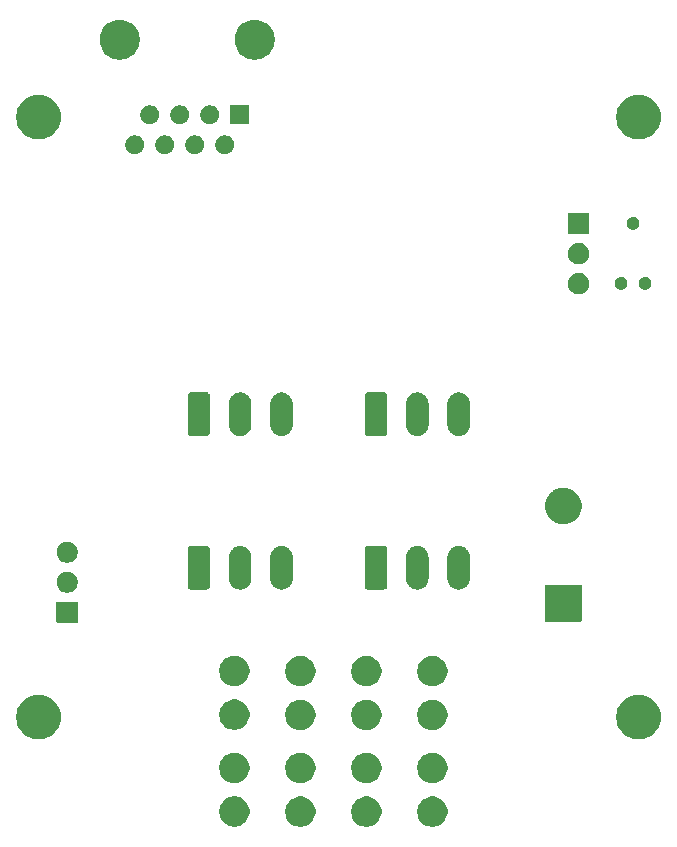
<source format=gbr>
%TF.GenerationSoftware,KiCad,Pcbnew,9.0.6*%
%TF.CreationDate,2025-12-29T09:33:38-05:00*%
%TF.ProjectId,Receiver_Out,52656365-6976-4657-925f-4f75742e6b69,v3*%
%TF.SameCoordinates,Original*%
%TF.FileFunction,Soldermask,Bot*%
%TF.FilePolarity,Negative*%
%FSLAX46Y46*%
G04 Gerber Fmt 4.6, Leading zero omitted, Abs format (unit mm)*
G04 Created by KiCad (PCBNEW 9.0.6) date 2025-12-29 09:33:38*
%MOMM*%
%LPD*%
G01*
G04 APERTURE LIST*
G04 APERTURE END LIST*
G36*
X-105919406Y-19397201D02*
G01*
X-105727112Y-19459681D01*
X-105546961Y-19551473D01*
X-105383386Y-19670317D01*
X-105240417Y-19813286D01*
X-105121573Y-19976861D01*
X-105029781Y-20157012D01*
X-104967301Y-20349306D01*
X-104935672Y-20549005D01*
X-104935672Y-20751195D01*
X-104967301Y-20950894D01*
X-105029781Y-21143188D01*
X-105121573Y-21323339D01*
X-105240417Y-21486914D01*
X-105383386Y-21629883D01*
X-105546961Y-21748727D01*
X-105727112Y-21840519D01*
X-105919406Y-21902999D01*
X-106119105Y-21934628D01*
X-106321295Y-21934628D01*
X-106520994Y-21902999D01*
X-106713288Y-21840519D01*
X-106893439Y-21748727D01*
X-107057014Y-21629883D01*
X-107199983Y-21486914D01*
X-107318827Y-21323339D01*
X-107410619Y-21143188D01*
X-107473099Y-20950894D01*
X-107504728Y-20751195D01*
X-107504728Y-20549005D01*
X-107473099Y-20349306D01*
X-107410619Y-20157012D01*
X-107318827Y-19976861D01*
X-107199983Y-19813286D01*
X-107057014Y-19670317D01*
X-106893439Y-19551473D01*
X-106713288Y-19459681D01*
X-106520994Y-19397201D01*
X-106321295Y-19365572D01*
X-106119105Y-19365572D01*
X-105919406Y-19397201D01*
G37*
G36*
X-100331406Y-19397201D02*
G01*
X-100139112Y-19459681D01*
X-99958961Y-19551473D01*
X-99795386Y-19670317D01*
X-99652417Y-19813286D01*
X-99533573Y-19976861D01*
X-99441781Y-20157012D01*
X-99379301Y-20349306D01*
X-99347672Y-20549005D01*
X-99347672Y-20751195D01*
X-99379301Y-20950894D01*
X-99441781Y-21143188D01*
X-99533573Y-21323339D01*
X-99652417Y-21486914D01*
X-99795386Y-21629883D01*
X-99958961Y-21748727D01*
X-100139112Y-21840519D01*
X-100331406Y-21902999D01*
X-100531105Y-21934628D01*
X-100733295Y-21934628D01*
X-100932994Y-21902999D01*
X-101125288Y-21840519D01*
X-101305439Y-21748727D01*
X-101469014Y-21629883D01*
X-101611983Y-21486914D01*
X-101730827Y-21323339D01*
X-101822619Y-21143188D01*
X-101885099Y-20950894D01*
X-101916728Y-20751195D01*
X-101916728Y-20549005D01*
X-101885099Y-20349306D01*
X-101822619Y-20157012D01*
X-101730827Y-19976861D01*
X-101611983Y-19813286D01*
X-101469014Y-19670317D01*
X-101305439Y-19551473D01*
X-101125288Y-19459681D01*
X-100932994Y-19397201D01*
X-100733295Y-19365572D01*
X-100531105Y-19365572D01*
X-100331406Y-19397201D01*
G37*
G36*
X-94743406Y-19397201D02*
G01*
X-94551112Y-19459681D01*
X-94370961Y-19551473D01*
X-94207386Y-19670317D01*
X-94064417Y-19813286D01*
X-93945573Y-19976861D01*
X-93853781Y-20157012D01*
X-93791301Y-20349306D01*
X-93759672Y-20549005D01*
X-93759672Y-20751195D01*
X-93791301Y-20950894D01*
X-93853781Y-21143188D01*
X-93945573Y-21323339D01*
X-94064417Y-21486914D01*
X-94207386Y-21629883D01*
X-94370961Y-21748727D01*
X-94551112Y-21840519D01*
X-94743406Y-21902999D01*
X-94943105Y-21934628D01*
X-95145295Y-21934628D01*
X-95344994Y-21902999D01*
X-95537288Y-21840519D01*
X-95717439Y-21748727D01*
X-95881014Y-21629883D01*
X-96023983Y-21486914D01*
X-96142827Y-21323339D01*
X-96234619Y-21143188D01*
X-96297099Y-20950894D01*
X-96328728Y-20751195D01*
X-96328728Y-20549005D01*
X-96297099Y-20349306D01*
X-96234619Y-20157012D01*
X-96142827Y-19976861D01*
X-96023983Y-19813286D01*
X-95881014Y-19670317D01*
X-95717439Y-19551473D01*
X-95537288Y-19459681D01*
X-95344994Y-19397201D01*
X-95145295Y-19365572D01*
X-94943105Y-19365572D01*
X-94743406Y-19397201D01*
G37*
G36*
X-111507406Y-19382201D02*
G01*
X-111315112Y-19444681D01*
X-111134961Y-19536473D01*
X-110971386Y-19655317D01*
X-110828417Y-19798286D01*
X-110709573Y-19961861D01*
X-110617781Y-20142012D01*
X-110555301Y-20334306D01*
X-110523672Y-20534005D01*
X-110523672Y-20736195D01*
X-110555301Y-20935894D01*
X-110617781Y-21128188D01*
X-110709573Y-21308339D01*
X-110828417Y-21471914D01*
X-110971386Y-21614883D01*
X-111134961Y-21733727D01*
X-111315112Y-21825519D01*
X-111507406Y-21887999D01*
X-111707105Y-21919628D01*
X-111909295Y-21919628D01*
X-112108994Y-21887999D01*
X-112301288Y-21825519D01*
X-112481439Y-21733727D01*
X-112645014Y-21614883D01*
X-112787983Y-21471914D01*
X-112906827Y-21308339D01*
X-112998619Y-21128188D01*
X-113061099Y-20935894D01*
X-113092728Y-20736195D01*
X-113092728Y-20534005D01*
X-113061099Y-20334306D01*
X-112998619Y-20142012D01*
X-112906827Y-19961861D01*
X-112787983Y-19798286D01*
X-112645014Y-19655317D01*
X-112481439Y-19536473D01*
X-112301288Y-19444681D01*
X-112108994Y-19382201D01*
X-111909295Y-19350572D01*
X-111707105Y-19350572D01*
X-111507406Y-19382201D01*
G37*
G36*
X-105919406Y-15697201D02*
G01*
X-105727112Y-15759681D01*
X-105546961Y-15851473D01*
X-105383386Y-15970317D01*
X-105240417Y-16113286D01*
X-105121573Y-16276861D01*
X-105029781Y-16457012D01*
X-104967301Y-16649306D01*
X-104935672Y-16849005D01*
X-104935672Y-17051195D01*
X-104967301Y-17250894D01*
X-105029781Y-17443188D01*
X-105121573Y-17623339D01*
X-105240417Y-17786914D01*
X-105383386Y-17929883D01*
X-105546961Y-18048727D01*
X-105727112Y-18140519D01*
X-105919406Y-18202999D01*
X-106119105Y-18234628D01*
X-106321295Y-18234628D01*
X-106520994Y-18202999D01*
X-106713288Y-18140519D01*
X-106893439Y-18048727D01*
X-107057014Y-17929883D01*
X-107199983Y-17786914D01*
X-107318827Y-17623339D01*
X-107410619Y-17443188D01*
X-107473099Y-17250894D01*
X-107504728Y-17051195D01*
X-107504728Y-16849005D01*
X-107473099Y-16649306D01*
X-107410619Y-16457012D01*
X-107318827Y-16276861D01*
X-107199983Y-16113286D01*
X-107057014Y-15970317D01*
X-106893439Y-15851473D01*
X-106713288Y-15759681D01*
X-106520994Y-15697201D01*
X-106321295Y-15665572D01*
X-106119105Y-15665572D01*
X-105919406Y-15697201D01*
G37*
G36*
X-100331406Y-15697201D02*
G01*
X-100139112Y-15759681D01*
X-99958961Y-15851473D01*
X-99795386Y-15970317D01*
X-99652417Y-16113286D01*
X-99533573Y-16276861D01*
X-99441781Y-16457012D01*
X-99379301Y-16649306D01*
X-99347672Y-16849005D01*
X-99347672Y-17051195D01*
X-99379301Y-17250894D01*
X-99441781Y-17443188D01*
X-99533573Y-17623339D01*
X-99652417Y-17786914D01*
X-99795386Y-17929883D01*
X-99958961Y-18048727D01*
X-100139112Y-18140519D01*
X-100331406Y-18202999D01*
X-100531105Y-18234628D01*
X-100733295Y-18234628D01*
X-100932994Y-18202999D01*
X-101125288Y-18140519D01*
X-101305439Y-18048727D01*
X-101469014Y-17929883D01*
X-101611983Y-17786914D01*
X-101730827Y-17623339D01*
X-101822619Y-17443188D01*
X-101885099Y-17250894D01*
X-101916728Y-17051195D01*
X-101916728Y-16849005D01*
X-101885099Y-16649306D01*
X-101822619Y-16457012D01*
X-101730827Y-16276861D01*
X-101611983Y-16113286D01*
X-101469014Y-15970317D01*
X-101305439Y-15851473D01*
X-101125288Y-15759681D01*
X-100932994Y-15697201D01*
X-100733295Y-15665572D01*
X-100531105Y-15665572D01*
X-100331406Y-15697201D01*
G37*
G36*
X-94743406Y-15697201D02*
G01*
X-94551112Y-15759681D01*
X-94370961Y-15851473D01*
X-94207386Y-15970317D01*
X-94064417Y-16113286D01*
X-93945573Y-16276861D01*
X-93853781Y-16457012D01*
X-93791301Y-16649306D01*
X-93759672Y-16849005D01*
X-93759672Y-17051195D01*
X-93791301Y-17250894D01*
X-93853781Y-17443188D01*
X-93945573Y-17623339D01*
X-94064417Y-17786914D01*
X-94207386Y-17929883D01*
X-94370961Y-18048727D01*
X-94551112Y-18140519D01*
X-94743406Y-18202999D01*
X-94943105Y-18234628D01*
X-95145295Y-18234628D01*
X-95344994Y-18202999D01*
X-95537288Y-18140519D01*
X-95717439Y-18048727D01*
X-95881014Y-17929883D01*
X-96023983Y-17786914D01*
X-96142827Y-17623339D01*
X-96234619Y-17443188D01*
X-96297099Y-17250894D01*
X-96328728Y-17051195D01*
X-96328728Y-16849005D01*
X-96297099Y-16649306D01*
X-96234619Y-16457012D01*
X-96142827Y-16276861D01*
X-96023983Y-16113286D01*
X-95881014Y-15970317D01*
X-95717439Y-15851473D01*
X-95537288Y-15759681D01*
X-95344994Y-15697201D01*
X-95145295Y-15665572D01*
X-94943105Y-15665572D01*
X-94743406Y-15697201D01*
G37*
G36*
X-111507406Y-15682201D02*
G01*
X-111315112Y-15744681D01*
X-111134961Y-15836473D01*
X-110971386Y-15955317D01*
X-110828417Y-16098286D01*
X-110709573Y-16261861D01*
X-110617781Y-16442012D01*
X-110555301Y-16634306D01*
X-110523672Y-16834005D01*
X-110523672Y-17036195D01*
X-110555301Y-17235894D01*
X-110617781Y-17428188D01*
X-110709573Y-17608339D01*
X-110828417Y-17771914D01*
X-110971386Y-17914883D01*
X-111134961Y-18033727D01*
X-111315112Y-18125519D01*
X-111507406Y-18187999D01*
X-111707105Y-18219628D01*
X-111909295Y-18219628D01*
X-112108994Y-18187999D01*
X-112301288Y-18125519D01*
X-112481439Y-18033727D01*
X-112645014Y-17914883D01*
X-112787983Y-17771914D01*
X-112906827Y-17608339D01*
X-112998619Y-17428188D01*
X-113061099Y-17235894D01*
X-113092728Y-17036195D01*
X-113092728Y-16834005D01*
X-113061099Y-16634306D01*
X-112998619Y-16442012D01*
X-112906827Y-16261861D01*
X-112787983Y-16098286D01*
X-112645014Y-15955317D01*
X-112481439Y-15836473D01*
X-112301288Y-15744681D01*
X-112108994Y-15682201D01*
X-111909295Y-15650572D01*
X-111707105Y-15650572D01*
X-111507406Y-15682201D01*
G37*
G36*
X-128015333Y-10771827D02*
G01*
X-127775144Y-10836186D01*
X-127545409Y-10931345D01*
X-127330061Y-11055676D01*
X-127132784Y-11207053D01*
X-126956953Y-11382884D01*
X-126805576Y-11580161D01*
X-126681245Y-11795509D01*
X-126586086Y-12025244D01*
X-126521727Y-12265433D01*
X-126489270Y-12511969D01*
X-126489270Y-12760631D01*
X-126521727Y-13007167D01*
X-126586086Y-13247356D01*
X-126681245Y-13477091D01*
X-126805576Y-13692439D01*
X-126956953Y-13889716D01*
X-127132784Y-14065547D01*
X-127330061Y-14216924D01*
X-127545409Y-14341255D01*
X-127775144Y-14436414D01*
X-128015333Y-14500773D01*
X-128261869Y-14533230D01*
X-128510531Y-14533230D01*
X-128757067Y-14500773D01*
X-128997256Y-14436414D01*
X-129226991Y-14341255D01*
X-129442339Y-14216924D01*
X-129639616Y-14065547D01*
X-129815447Y-13889716D01*
X-129966824Y-13692439D01*
X-130091155Y-13477091D01*
X-130186314Y-13247356D01*
X-130250673Y-13007167D01*
X-130283130Y-12760631D01*
X-130283130Y-12511969D01*
X-130250673Y-12265433D01*
X-130186314Y-12025244D01*
X-130091155Y-11795509D01*
X-129966824Y-11580161D01*
X-129815447Y-11382884D01*
X-129639616Y-11207053D01*
X-129442339Y-11055676D01*
X-129226991Y-10931345D01*
X-128997256Y-10836186D01*
X-128757067Y-10771827D01*
X-128510531Y-10739370D01*
X-128261869Y-10739370D01*
X-128015333Y-10771827D01*
G37*
G36*
X-77215333Y-10771827D02*
G01*
X-76975144Y-10836186D01*
X-76745409Y-10931345D01*
X-76530061Y-11055676D01*
X-76332784Y-11207053D01*
X-76156953Y-11382884D01*
X-76005576Y-11580161D01*
X-75881245Y-11795509D01*
X-75786086Y-12025244D01*
X-75721727Y-12265433D01*
X-75689270Y-12511969D01*
X-75689270Y-12760631D01*
X-75721727Y-13007167D01*
X-75786086Y-13247356D01*
X-75881245Y-13477091D01*
X-76005576Y-13692439D01*
X-76156953Y-13889716D01*
X-76332784Y-14065547D01*
X-76530061Y-14216924D01*
X-76745409Y-14341255D01*
X-76975144Y-14436414D01*
X-77215333Y-14500773D01*
X-77461869Y-14533230D01*
X-77710531Y-14533230D01*
X-77957067Y-14500773D01*
X-78197256Y-14436414D01*
X-78426991Y-14341255D01*
X-78642339Y-14216924D01*
X-78839616Y-14065547D01*
X-79015447Y-13889716D01*
X-79166824Y-13692439D01*
X-79291155Y-13477091D01*
X-79386314Y-13247356D01*
X-79450673Y-13007167D01*
X-79483130Y-12760631D01*
X-79483130Y-12511969D01*
X-79450673Y-12265433D01*
X-79386314Y-12025244D01*
X-79291155Y-11795509D01*
X-79166824Y-11580161D01*
X-79015447Y-11382884D01*
X-78839616Y-11207053D01*
X-78642339Y-11055676D01*
X-78426991Y-10931345D01*
X-78197256Y-10836186D01*
X-77957067Y-10771827D01*
X-77710531Y-10739370D01*
X-77461869Y-10739370D01*
X-77215333Y-10771827D01*
G37*
G36*
X-105919406Y-11197201D02*
G01*
X-105727112Y-11259681D01*
X-105546961Y-11351473D01*
X-105383386Y-11470317D01*
X-105240417Y-11613286D01*
X-105121573Y-11776861D01*
X-105029781Y-11957012D01*
X-104967301Y-12149306D01*
X-104935672Y-12349005D01*
X-104935672Y-12551195D01*
X-104967301Y-12750894D01*
X-105029781Y-12943188D01*
X-105121573Y-13123339D01*
X-105240417Y-13286914D01*
X-105383386Y-13429883D01*
X-105546961Y-13548727D01*
X-105727112Y-13640519D01*
X-105919406Y-13702999D01*
X-106119105Y-13734628D01*
X-106321295Y-13734628D01*
X-106520994Y-13702999D01*
X-106713288Y-13640519D01*
X-106893439Y-13548727D01*
X-107057014Y-13429883D01*
X-107199983Y-13286914D01*
X-107318827Y-13123339D01*
X-107410619Y-12943188D01*
X-107473099Y-12750894D01*
X-107504728Y-12551195D01*
X-107504728Y-12349005D01*
X-107473099Y-12149306D01*
X-107410619Y-11957012D01*
X-107318827Y-11776861D01*
X-107199983Y-11613286D01*
X-107057014Y-11470317D01*
X-106893439Y-11351473D01*
X-106713288Y-11259681D01*
X-106520994Y-11197201D01*
X-106321295Y-11165572D01*
X-106119105Y-11165572D01*
X-105919406Y-11197201D01*
G37*
G36*
X-100331406Y-11197201D02*
G01*
X-100139112Y-11259681D01*
X-99958961Y-11351473D01*
X-99795386Y-11470317D01*
X-99652417Y-11613286D01*
X-99533573Y-11776861D01*
X-99441781Y-11957012D01*
X-99379301Y-12149306D01*
X-99347672Y-12349005D01*
X-99347672Y-12551195D01*
X-99379301Y-12750894D01*
X-99441781Y-12943188D01*
X-99533573Y-13123339D01*
X-99652417Y-13286914D01*
X-99795386Y-13429883D01*
X-99958961Y-13548727D01*
X-100139112Y-13640519D01*
X-100331406Y-13702999D01*
X-100531105Y-13734628D01*
X-100733295Y-13734628D01*
X-100932994Y-13702999D01*
X-101125288Y-13640519D01*
X-101305439Y-13548727D01*
X-101469014Y-13429883D01*
X-101611983Y-13286914D01*
X-101730827Y-13123339D01*
X-101822619Y-12943188D01*
X-101885099Y-12750894D01*
X-101916728Y-12551195D01*
X-101916728Y-12349005D01*
X-101885099Y-12149306D01*
X-101822619Y-11957012D01*
X-101730827Y-11776861D01*
X-101611983Y-11613286D01*
X-101469014Y-11470317D01*
X-101305439Y-11351473D01*
X-101125288Y-11259681D01*
X-100932994Y-11197201D01*
X-100733295Y-11165572D01*
X-100531105Y-11165572D01*
X-100331406Y-11197201D01*
G37*
G36*
X-94743406Y-11197201D02*
G01*
X-94551112Y-11259681D01*
X-94370961Y-11351473D01*
X-94207386Y-11470317D01*
X-94064417Y-11613286D01*
X-93945573Y-11776861D01*
X-93853781Y-11957012D01*
X-93791301Y-12149306D01*
X-93759672Y-12349005D01*
X-93759672Y-12551195D01*
X-93791301Y-12750894D01*
X-93853781Y-12943188D01*
X-93945573Y-13123339D01*
X-94064417Y-13286914D01*
X-94207386Y-13429883D01*
X-94370961Y-13548727D01*
X-94551112Y-13640519D01*
X-94743406Y-13702999D01*
X-94943105Y-13734628D01*
X-95145295Y-13734628D01*
X-95344994Y-13702999D01*
X-95537288Y-13640519D01*
X-95717439Y-13548727D01*
X-95881014Y-13429883D01*
X-96023983Y-13286914D01*
X-96142827Y-13123339D01*
X-96234619Y-12943188D01*
X-96297099Y-12750894D01*
X-96328728Y-12551195D01*
X-96328728Y-12349005D01*
X-96297099Y-12149306D01*
X-96234619Y-11957012D01*
X-96142827Y-11776861D01*
X-96023983Y-11613286D01*
X-95881014Y-11470317D01*
X-95717439Y-11351473D01*
X-95537288Y-11259681D01*
X-95344994Y-11197201D01*
X-95145295Y-11165572D01*
X-94943105Y-11165572D01*
X-94743406Y-11197201D01*
G37*
G36*
X-111507406Y-11182201D02*
G01*
X-111315112Y-11244681D01*
X-111134961Y-11336473D01*
X-110971386Y-11455317D01*
X-110828417Y-11598286D01*
X-110709573Y-11761861D01*
X-110617781Y-11942012D01*
X-110555301Y-12134306D01*
X-110523672Y-12334005D01*
X-110523672Y-12536195D01*
X-110555301Y-12735894D01*
X-110617781Y-12928188D01*
X-110709573Y-13108339D01*
X-110828417Y-13271914D01*
X-110971386Y-13414883D01*
X-111134961Y-13533727D01*
X-111315112Y-13625519D01*
X-111507406Y-13687999D01*
X-111707105Y-13719628D01*
X-111909295Y-13719628D01*
X-112108994Y-13687999D01*
X-112301288Y-13625519D01*
X-112481439Y-13533727D01*
X-112645014Y-13414883D01*
X-112787983Y-13271914D01*
X-112906827Y-13108339D01*
X-112998619Y-12928188D01*
X-113061099Y-12735894D01*
X-113092728Y-12536195D01*
X-113092728Y-12334005D01*
X-113061099Y-12134306D01*
X-112998619Y-11942012D01*
X-112906827Y-11761861D01*
X-112787983Y-11598286D01*
X-112645014Y-11455317D01*
X-112481439Y-11336473D01*
X-112301288Y-11244681D01*
X-112108994Y-11182201D01*
X-111909295Y-11150572D01*
X-111707105Y-11150572D01*
X-111507406Y-11182201D01*
G37*
G36*
X-105919406Y-7497201D02*
G01*
X-105727112Y-7559681D01*
X-105546961Y-7651473D01*
X-105383386Y-7770317D01*
X-105240417Y-7913286D01*
X-105121573Y-8076861D01*
X-105029781Y-8257012D01*
X-104967301Y-8449306D01*
X-104935672Y-8649005D01*
X-104935672Y-8851195D01*
X-104967301Y-9050894D01*
X-105029781Y-9243188D01*
X-105121573Y-9423339D01*
X-105240417Y-9586914D01*
X-105383386Y-9729883D01*
X-105546961Y-9848727D01*
X-105727112Y-9940519D01*
X-105919406Y-10002999D01*
X-106119105Y-10034628D01*
X-106321295Y-10034628D01*
X-106520994Y-10002999D01*
X-106713288Y-9940519D01*
X-106893439Y-9848727D01*
X-107057014Y-9729883D01*
X-107199983Y-9586914D01*
X-107318827Y-9423339D01*
X-107410619Y-9243188D01*
X-107473099Y-9050894D01*
X-107504728Y-8851195D01*
X-107504728Y-8649005D01*
X-107473099Y-8449306D01*
X-107410619Y-8257012D01*
X-107318827Y-8076861D01*
X-107199983Y-7913286D01*
X-107057014Y-7770317D01*
X-106893439Y-7651473D01*
X-106713288Y-7559681D01*
X-106520994Y-7497201D01*
X-106321295Y-7465572D01*
X-106119105Y-7465572D01*
X-105919406Y-7497201D01*
G37*
G36*
X-100331406Y-7497201D02*
G01*
X-100139112Y-7559681D01*
X-99958961Y-7651473D01*
X-99795386Y-7770317D01*
X-99652417Y-7913286D01*
X-99533573Y-8076861D01*
X-99441781Y-8257012D01*
X-99379301Y-8449306D01*
X-99347672Y-8649005D01*
X-99347672Y-8851195D01*
X-99379301Y-9050894D01*
X-99441781Y-9243188D01*
X-99533573Y-9423339D01*
X-99652417Y-9586914D01*
X-99795386Y-9729883D01*
X-99958961Y-9848727D01*
X-100139112Y-9940519D01*
X-100331406Y-10002999D01*
X-100531105Y-10034628D01*
X-100733295Y-10034628D01*
X-100932994Y-10002999D01*
X-101125288Y-9940519D01*
X-101305439Y-9848727D01*
X-101469014Y-9729883D01*
X-101611983Y-9586914D01*
X-101730827Y-9423339D01*
X-101822619Y-9243188D01*
X-101885099Y-9050894D01*
X-101916728Y-8851195D01*
X-101916728Y-8649005D01*
X-101885099Y-8449306D01*
X-101822619Y-8257012D01*
X-101730827Y-8076861D01*
X-101611983Y-7913286D01*
X-101469014Y-7770317D01*
X-101305439Y-7651473D01*
X-101125288Y-7559681D01*
X-100932994Y-7497201D01*
X-100733295Y-7465572D01*
X-100531105Y-7465572D01*
X-100331406Y-7497201D01*
G37*
G36*
X-94743406Y-7497201D02*
G01*
X-94551112Y-7559681D01*
X-94370961Y-7651473D01*
X-94207386Y-7770317D01*
X-94064417Y-7913286D01*
X-93945573Y-8076861D01*
X-93853781Y-8257012D01*
X-93791301Y-8449306D01*
X-93759672Y-8649005D01*
X-93759672Y-8851195D01*
X-93791301Y-9050894D01*
X-93853781Y-9243188D01*
X-93945573Y-9423339D01*
X-94064417Y-9586914D01*
X-94207386Y-9729883D01*
X-94370961Y-9848727D01*
X-94551112Y-9940519D01*
X-94743406Y-10002999D01*
X-94943105Y-10034628D01*
X-95145295Y-10034628D01*
X-95344994Y-10002999D01*
X-95537288Y-9940519D01*
X-95717439Y-9848727D01*
X-95881014Y-9729883D01*
X-96023983Y-9586914D01*
X-96142827Y-9423339D01*
X-96234619Y-9243188D01*
X-96297099Y-9050894D01*
X-96328728Y-8851195D01*
X-96328728Y-8649005D01*
X-96297099Y-8449306D01*
X-96234619Y-8257012D01*
X-96142827Y-8076861D01*
X-96023983Y-7913286D01*
X-95881014Y-7770317D01*
X-95717439Y-7651473D01*
X-95537288Y-7559681D01*
X-95344994Y-7497201D01*
X-95145295Y-7465572D01*
X-94943105Y-7465572D01*
X-94743406Y-7497201D01*
G37*
G36*
X-111507406Y-7482201D02*
G01*
X-111315112Y-7544681D01*
X-111134961Y-7636473D01*
X-110971386Y-7755317D01*
X-110828417Y-7898286D01*
X-110709573Y-8061861D01*
X-110617781Y-8242012D01*
X-110555301Y-8434306D01*
X-110523672Y-8634005D01*
X-110523672Y-8836195D01*
X-110555301Y-9035894D01*
X-110617781Y-9228188D01*
X-110709573Y-9408339D01*
X-110828417Y-9571914D01*
X-110971386Y-9714883D01*
X-111134961Y-9833727D01*
X-111315112Y-9925519D01*
X-111507406Y-9987999D01*
X-111707105Y-10019628D01*
X-111909295Y-10019628D01*
X-112108994Y-9987999D01*
X-112301288Y-9925519D01*
X-112481439Y-9833727D01*
X-112645014Y-9714883D01*
X-112787983Y-9571914D01*
X-112906827Y-9408339D01*
X-112998619Y-9228188D01*
X-113061099Y-9035894D01*
X-113092728Y-8836195D01*
X-113092728Y-8634005D01*
X-113061099Y-8434306D01*
X-112998619Y-8242012D01*
X-112906827Y-8061861D01*
X-112787983Y-7898286D01*
X-112645014Y-7755317D01*
X-112481439Y-7636473D01*
X-112301288Y-7544681D01*
X-112108994Y-7482201D01*
X-111909295Y-7450572D01*
X-111707105Y-7450572D01*
X-111507406Y-7482201D01*
G37*
G36*
X-125096683Y-2867182D02*
G01*
X-125080138Y-2878238D01*
X-125069082Y-2894783D01*
X-125065200Y-2914300D01*
X-125065200Y-4614300D01*
X-125069082Y-4633817D01*
X-125080138Y-4650362D01*
X-125096683Y-4661418D01*
X-125116200Y-4665300D01*
X-126816200Y-4665300D01*
X-126835717Y-4661418D01*
X-126852262Y-4650362D01*
X-126863318Y-4633817D01*
X-126867200Y-4614300D01*
X-126867200Y-2914300D01*
X-126863318Y-2894783D01*
X-126852262Y-2878238D01*
X-126835717Y-2867182D01*
X-126816200Y-2863300D01*
X-125116200Y-2863300D01*
X-125096683Y-2867182D01*
G37*
G36*
X-82432883Y-1465142D02*
G01*
X-82416338Y-1476198D01*
X-82405282Y-1492743D01*
X-82401400Y-1512260D01*
X-82401400Y-4512260D01*
X-82405282Y-4531777D01*
X-82416338Y-4548322D01*
X-82432883Y-4559378D01*
X-82452400Y-4563260D01*
X-85452400Y-4563260D01*
X-85471917Y-4559378D01*
X-85488462Y-4548322D01*
X-85499518Y-4531777D01*
X-85503400Y-4512260D01*
X-85503400Y-1512260D01*
X-85499518Y-1492743D01*
X-85488462Y-1476198D01*
X-85471917Y-1465142D01*
X-85452400Y-1461260D01*
X-82452400Y-1461260D01*
X-82432883Y-1465142D01*
G37*
G36*
X-125704654Y-362097D02*
G01*
X-125541472Y-429689D01*
X-125394612Y-527818D01*
X-125269718Y-652712D01*
X-125171589Y-799572D01*
X-125103997Y-962754D01*
X-125069539Y-1135987D01*
X-125069539Y-1312613D01*
X-125103997Y-1485846D01*
X-125171589Y-1649028D01*
X-125269718Y-1795888D01*
X-125394612Y-1920782D01*
X-125541472Y-2018911D01*
X-125704654Y-2086503D01*
X-125877887Y-2120961D01*
X-126054513Y-2120961D01*
X-126227746Y-2086503D01*
X-126390928Y-2018911D01*
X-126537788Y-1920782D01*
X-126662682Y-1795888D01*
X-126760811Y-1649028D01*
X-126828403Y-1485846D01*
X-126862861Y-1312613D01*
X-126862861Y-1135987D01*
X-126828403Y-962754D01*
X-126760811Y-799572D01*
X-126662682Y-652712D01*
X-126537788Y-527818D01*
X-126390928Y-429689D01*
X-126227746Y-362097D01*
X-126054513Y-327639D01*
X-125877887Y-327639D01*
X-125704654Y-362097D01*
G37*
G36*
X-114098286Y1846505D02*
G01*
X-114082474Y1839524D01*
X-114074669Y1838287D01*
X-114042161Y1821724D01*
X-113997094Y1801824D01*
X-113918876Y1723606D01*
X-113898974Y1678533D01*
X-113882414Y1646032D01*
X-113881179Y1638230D01*
X-113874195Y1622414D01*
X-113866200Y1553500D01*
X-113866200Y-1546500D01*
X-113874195Y-1615414D01*
X-113881179Y-1631229D01*
X-113882414Y-1639031D01*
X-113898971Y-1671524D01*
X-113918876Y-1716606D01*
X-113997094Y-1794824D01*
X-114042176Y-1814729D01*
X-114074669Y-1831286D01*
X-114082471Y-1832521D01*
X-114098286Y-1839505D01*
X-114167200Y-1847500D01*
X-115467200Y-1847500D01*
X-115536114Y-1839505D01*
X-115551930Y-1832521D01*
X-115559732Y-1831286D01*
X-115592233Y-1814726D01*
X-115637306Y-1794824D01*
X-115715524Y-1716606D01*
X-115735424Y-1671539D01*
X-115751987Y-1639031D01*
X-115753224Y-1631226D01*
X-115760205Y-1615414D01*
X-115768200Y-1546500D01*
X-115768200Y1553500D01*
X-115760205Y1622414D01*
X-115753224Y1638226D01*
X-115751987Y1646032D01*
X-115735420Y1678547D01*
X-115715524Y1723606D01*
X-115637306Y1801824D01*
X-115592247Y1821720D01*
X-115559732Y1838287D01*
X-115551926Y1839524D01*
X-115536114Y1846505D01*
X-115467200Y1854500D01*
X-114167200Y1854500D01*
X-114098286Y1846505D01*
G37*
G36*
X-99098286Y1846505D02*
G01*
X-99082474Y1839524D01*
X-99074669Y1838287D01*
X-99042161Y1821724D01*
X-98997094Y1801824D01*
X-98918876Y1723606D01*
X-98898974Y1678533D01*
X-98882414Y1646032D01*
X-98881179Y1638230D01*
X-98874195Y1622414D01*
X-98866200Y1553500D01*
X-98866200Y-1546500D01*
X-98874195Y-1615414D01*
X-98881179Y-1631229D01*
X-98882414Y-1639031D01*
X-98898971Y-1671524D01*
X-98918876Y-1716606D01*
X-98997094Y-1794824D01*
X-99042176Y-1814729D01*
X-99074669Y-1831286D01*
X-99082471Y-1832521D01*
X-99098286Y-1839505D01*
X-99167200Y-1847500D01*
X-100467200Y-1847500D01*
X-100536114Y-1839505D01*
X-100551930Y-1832521D01*
X-100559732Y-1831286D01*
X-100592233Y-1814726D01*
X-100637306Y-1794824D01*
X-100715524Y-1716606D01*
X-100735424Y-1671539D01*
X-100751987Y-1639031D01*
X-100753224Y-1631226D01*
X-100760205Y-1615414D01*
X-100768200Y-1546500D01*
X-100768200Y1553500D01*
X-100760205Y1622414D01*
X-100753224Y1638226D01*
X-100751987Y1646032D01*
X-100735420Y1678547D01*
X-100715524Y1723606D01*
X-100637306Y1801824D01*
X-100592247Y1821720D01*
X-100559732Y1838287D01*
X-100551926Y1839524D01*
X-100536114Y1846505D01*
X-100467200Y1854500D01*
X-99167200Y1854500D01*
X-99098286Y1846505D01*
G37*
G36*
X-111234647Y1849921D02*
G01*
X-111223986Y1849921D01*
X-111182335Y1841636D01*
X-111095284Y1827849D01*
X-111067282Y1818751D01*
X-111041139Y1813550D01*
X-111004244Y1798268D01*
X-110953416Y1781752D01*
X-110905801Y1757491D01*
X-110868902Y1742207D01*
X-110846737Y1727397D01*
X-110820507Y1714032D01*
X-110749210Y1662232D01*
X-110713892Y1638633D01*
X-110706354Y1631095D01*
X-110699830Y1626355D01*
X-110594346Y1520871D01*
X-110589607Y1514348D01*
X-110582067Y1506808D01*
X-110558466Y1471486D01*
X-110506669Y1400194D01*
X-110493306Y1373967D01*
X-110478493Y1351798D01*
X-110463207Y1314895D01*
X-110438949Y1267285D01*
X-110422436Y1216465D01*
X-110407150Y1179561D01*
X-110401949Y1153414D01*
X-110392852Y1125417D01*
X-110379067Y1038377D01*
X-110370779Y996714D01*
X-110370020Y981259D01*
X-110369132Y975653D01*
X-110366684Y913350D01*
X-110366200Y903500D01*
X-110366200Y-896500D01*
X-110366685Y-906353D01*
X-110369132Y-968652D01*
X-110370020Y-974256D01*
X-110370779Y-989714D01*
X-110379068Y-1031380D01*
X-110392852Y-1118416D01*
X-110401949Y-1146410D01*
X-110407150Y-1172561D01*
X-110422438Y-1209468D01*
X-110438949Y-1260284D01*
X-110463205Y-1307888D01*
X-110478493Y-1344798D01*
X-110493308Y-1366970D01*
X-110506669Y-1393193D01*
X-110558458Y-1464473D01*
X-110582067Y-1499808D01*
X-110589609Y-1507349D01*
X-110594346Y-1513870D01*
X-110699830Y-1619354D01*
X-110706351Y-1624091D01*
X-110713892Y-1631633D01*
X-110749227Y-1655242D01*
X-110820507Y-1707031D01*
X-110846730Y-1720392D01*
X-110868902Y-1735207D01*
X-110905812Y-1750495D01*
X-110953416Y-1774751D01*
X-111004232Y-1791262D01*
X-111041139Y-1806550D01*
X-111067290Y-1811751D01*
X-111095284Y-1820848D01*
X-111182325Y-1834633D01*
X-111223986Y-1842921D01*
X-111234647Y-1842921D01*
X-111242615Y-1844183D01*
X-111391785Y-1844183D01*
X-111399753Y-1842921D01*
X-111410414Y-1842921D01*
X-111452075Y-1834634D01*
X-111539117Y-1820848D01*
X-111567114Y-1811751D01*
X-111593261Y-1806550D01*
X-111630165Y-1791264D01*
X-111680985Y-1774751D01*
X-111728595Y-1750493D01*
X-111765498Y-1735207D01*
X-111787667Y-1720394D01*
X-111813894Y-1707031D01*
X-111885186Y-1655234D01*
X-111920508Y-1631633D01*
X-111928048Y-1624093D01*
X-111934571Y-1619354D01*
X-112040055Y-1513870D01*
X-112044795Y-1507346D01*
X-112052333Y-1499808D01*
X-112075932Y-1464490D01*
X-112127732Y-1393193D01*
X-112141097Y-1366963D01*
X-112155907Y-1344798D01*
X-112171191Y-1307899D01*
X-112195452Y-1260284D01*
X-112211968Y-1209456D01*
X-112227250Y-1172561D01*
X-112232451Y-1146418D01*
X-112241549Y-1118416D01*
X-112255338Y-1031356D01*
X-112263621Y-989714D01*
X-112264380Y-974265D01*
X-112265269Y-968652D01*
X-112267717Y-906337D01*
X-112268200Y-896500D01*
X-112268200Y903500D01*
X-112267717Y913334D01*
X-112265269Y975653D01*
X-112264380Y981268D01*
X-112263621Y996714D01*
X-112255339Y1038353D01*
X-112241549Y1125417D01*
X-112232450Y1153422D01*
X-112227250Y1179561D01*
X-112211969Y1216454D01*
X-112195452Y1267285D01*
X-112171189Y1314905D01*
X-112155907Y1351798D01*
X-112141099Y1373961D01*
X-112127732Y1400194D01*
X-112075923Y1471504D01*
X-112052333Y1506808D01*
X-112044798Y1514344D01*
X-112040055Y1520871D01*
X-111934571Y1626355D01*
X-111928044Y1631098D01*
X-111920508Y1638633D01*
X-111885204Y1662223D01*
X-111813894Y1714032D01*
X-111787661Y1727399D01*
X-111765498Y1742207D01*
X-111728605Y1757489D01*
X-111680985Y1781752D01*
X-111630154Y1798269D01*
X-111593261Y1813550D01*
X-111567122Y1818750D01*
X-111539117Y1827849D01*
X-111452064Y1841637D01*
X-111410414Y1849921D01*
X-111399753Y1849921D01*
X-111391785Y1851183D01*
X-111242615Y1851183D01*
X-111234647Y1849921D01*
G37*
G36*
X-107734647Y1849921D02*
G01*
X-107723986Y1849921D01*
X-107682335Y1841636D01*
X-107595284Y1827849D01*
X-107567282Y1818751D01*
X-107541139Y1813550D01*
X-107504244Y1798268D01*
X-107453416Y1781752D01*
X-107405801Y1757491D01*
X-107368902Y1742207D01*
X-107346737Y1727397D01*
X-107320507Y1714032D01*
X-107249210Y1662232D01*
X-107213892Y1638633D01*
X-107206354Y1631095D01*
X-107199830Y1626355D01*
X-107094346Y1520871D01*
X-107089607Y1514348D01*
X-107082067Y1506808D01*
X-107058466Y1471486D01*
X-107006669Y1400194D01*
X-106993306Y1373967D01*
X-106978493Y1351798D01*
X-106963207Y1314895D01*
X-106938949Y1267285D01*
X-106922436Y1216465D01*
X-106907150Y1179561D01*
X-106901949Y1153414D01*
X-106892852Y1125417D01*
X-106879067Y1038377D01*
X-106870779Y996714D01*
X-106870020Y981259D01*
X-106869132Y975653D01*
X-106866684Y913350D01*
X-106866200Y903500D01*
X-106866200Y-896500D01*
X-106866685Y-906353D01*
X-106869132Y-968652D01*
X-106870020Y-974256D01*
X-106870779Y-989714D01*
X-106879068Y-1031380D01*
X-106892852Y-1118416D01*
X-106901949Y-1146410D01*
X-106907150Y-1172561D01*
X-106922438Y-1209468D01*
X-106938949Y-1260284D01*
X-106963205Y-1307888D01*
X-106978493Y-1344798D01*
X-106993308Y-1366970D01*
X-107006669Y-1393193D01*
X-107058458Y-1464473D01*
X-107082067Y-1499808D01*
X-107089609Y-1507349D01*
X-107094346Y-1513870D01*
X-107199830Y-1619354D01*
X-107206351Y-1624091D01*
X-107213892Y-1631633D01*
X-107249227Y-1655242D01*
X-107320507Y-1707031D01*
X-107346730Y-1720392D01*
X-107368902Y-1735207D01*
X-107405812Y-1750495D01*
X-107453416Y-1774751D01*
X-107504232Y-1791262D01*
X-107541139Y-1806550D01*
X-107567290Y-1811751D01*
X-107595284Y-1820848D01*
X-107682325Y-1834633D01*
X-107723986Y-1842921D01*
X-107734647Y-1842921D01*
X-107742615Y-1844183D01*
X-107891785Y-1844183D01*
X-107899753Y-1842921D01*
X-107910414Y-1842921D01*
X-107952075Y-1834634D01*
X-108039117Y-1820848D01*
X-108067114Y-1811751D01*
X-108093261Y-1806550D01*
X-108130165Y-1791264D01*
X-108180985Y-1774751D01*
X-108228595Y-1750493D01*
X-108265498Y-1735207D01*
X-108287667Y-1720394D01*
X-108313894Y-1707031D01*
X-108385186Y-1655234D01*
X-108420508Y-1631633D01*
X-108428048Y-1624093D01*
X-108434571Y-1619354D01*
X-108540055Y-1513870D01*
X-108544795Y-1507346D01*
X-108552333Y-1499808D01*
X-108575932Y-1464490D01*
X-108627732Y-1393193D01*
X-108641097Y-1366963D01*
X-108655907Y-1344798D01*
X-108671191Y-1307899D01*
X-108695452Y-1260284D01*
X-108711968Y-1209456D01*
X-108727250Y-1172561D01*
X-108732451Y-1146418D01*
X-108741549Y-1118416D01*
X-108755338Y-1031356D01*
X-108763621Y-989714D01*
X-108764380Y-974265D01*
X-108765269Y-968652D01*
X-108767717Y-906337D01*
X-108768200Y-896500D01*
X-108768200Y903500D01*
X-108767717Y913334D01*
X-108765269Y975653D01*
X-108764380Y981268D01*
X-108763621Y996714D01*
X-108755339Y1038353D01*
X-108741549Y1125417D01*
X-108732450Y1153422D01*
X-108727250Y1179561D01*
X-108711969Y1216454D01*
X-108695452Y1267285D01*
X-108671189Y1314905D01*
X-108655907Y1351798D01*
X-108641099Y1373961D01*
X-108627732Y1400194D01*
X-108575923Y1471504D01*
X-108552333Y1506808D01*
X-108544798Y1514344D01*
X-108540055Y1520871D01*
X-108434571Y1626355D01*
X-108428044Y1631098D01*
X-108420508Y1638633D01*
X-108385204Y1662223D01*
X-108313894Y1714032D01*
X-108287661Y1727399D01*
X-108265498Y1742207D01*
X-108228605Y1757489D01*
X-108180985Y1781752D01*
X-108130154Y1798269D01*
X-108093261Y1813550D01*
X-108067122Y1818750D01*
X-108039117Y1827849D01*
X-107952064Y1841637D01*
X-107910414Y1849921D01*
X-107899753Y1849921D01*
X-107891785Y1851183D01*
X-107742615Y1851183D01*
X-107734647Y1849921D01*
G37*
G36*
X-96234647Y1849921D02*
G01*
X-96223986Y1849921D01*
X-96182335Y1841636D01*
X-96095284Y1827849D01*
X-96067282Y1818751D01*
X-96041139Y1813550D01*
X-96004244Y1798268D01*
X-95953416Y1781752D01*
X-95905801Y1757491D01*
X-95868902Y1742207D01*
X-95846737Y1727397D01*
X-95820507Y1714032D01*
X-95749210Y1662232D01*
X-95713892Y1638633D01*
X-95706354Y1631095D01*
X-95699830Y1626355D01*
X-95594346Y1520871D01*
X-95589607Y1514348D01*
X-95582067Y1506808D01*
X-95558466Y1471486D01*
X-95506669Y1400194D01*
X-95493306Y1373967D01*
X-95478493Y1351798D01*
X-95463207Y1314895D01*
X-95438949Y1267285D01*
X-95422436Y1216465D01*
X-95407150Y1179561D01*
X-95401949Y1153414D01*
X-95392852Y1125417D01*
X-95379067Y1038377D01*
X-95370779Y996714D01*
X-95370020Y981259D01*
X-95369132Y975653D01*
X-95366684Y913350D01*
X-95366200Y903500D01*
X-95366200Y-896500D01*
X-95366685Y-906353D01*
X-95369132Y-968652D01*
X-95370020Y-974256D01*
X-95370779Y-989714D01*
X-95379068Y-1031380D01*
X-95392852Y-1118416D01*
X-95401949Y-1146410D01*
X-95407150Y-1172561D01*
X-95422438Y-1209468D01*
X-95438949Y-1260284D01*
X-95463205Y-1307888D01*
X-95478493Y-1344798D01*
X-95493308Y-1366970D01*
X-95506669Y-1393193D01*
X-95558458Y-1464473D01*
X-95582067Y-1499808D01*
X-95589609Y-1507349D01*
X-95594346Y-1513870D01*
X-95699830Y-1619354D01*
X-95706351Y-1624091D01*
X-95713892Y-1631633D01*
X-95749227Y-1655242D01*
X-95820507Y-1707031D01*
X-95846730Y-1720392D01*
X-95868902Y-1735207D01*
X-95905812Y-1750495D01*
X-95953416Y-1774751D01*
X-96004232Y-1791262D01*
X-96041139Y-1806550D01*
X-96067290Y-1811751D01*
X-96095284Y-1820848D01*
X-96182325Y-1834633D01*
X-96223986Y-1842921D01*
X-96234647Y-1842921D01*
X-96242615Y-1844183D01*
X-96391785Y-1844183D01*
X-96399753Y-1842921D01*
X-96410414Y-1842921D01*
X-96452075Y-1834634D01*
X-96539117Y-1820848D01*
X-96567114Y-1811751D01*
X-96593261Y-1806550D01*
X-96630165Y-1791264D01*
X-96680985Y-1774751D01*
X-96728595Y-1750493D01*
X-96765498Y-1735207D01*
X-96787667Y-1720394D01*
X-96813894Y-1707031D01*
X-96885186Y-1655234D01*
X-96920508Y-1631633D01*
X-96928048Y-1624093D01*
X-96934571Y-1619354D01*
X-97040055Y-1513870D01*
X-97044795Y-1507346D01*
X-97052333Y-1499808D01*
X-97075932Y-1464490D01*
X-97127732Y-1393193D01*
X-97141097Y-1366963D01*
X-97155907Y-1344798D01*
X-97171191Y-1307899D01*
X-97195452Y-1260284D01*
X-97211968Y-1209456D01*
X-97227250Y-1172561D01*
X-97232451Y-1146418D01*
X-97241549Y-1118416D01*
X-97255338Y-1031356D01*
X-97263621Y-989714D01*
X-97264380Y-974265D01*
X-97265269Y-968652D01*
X-97267717Y-906337D01*
X-97268200Y-896500D01*
X-97268200Y903500D01*
X-97267717Y913334D01*
X-97265269Y975653D01*
X-97264380Y981268D01*
X-97263621Y996714D01*
X-97255339Y1038353D01*
X-97241549Y1125417D01*
X-97232450Y1153422D01*
X-97227250Y1179561D01*
X-97211969Y1216454D01*
X-97195452Y1267285D01*
X-97171189Y1314905D01*
X-97155907Y1351798D01*
X-97141099Y1373961D01*
X-97127732Y1400194D01*
X-97075923Y1471504D01*
X-97052333Y1506808D01*
X-97044798Y1514344D01*
X-97040055Y1520871D01*
X-96934571Y1626355D01*
X-96928044Y1631098D01*
X-96920508Y1638633D01*
X-96885204Y1662223D01*
X-96813894Y1714032D01*
X-96787661Y1727399D01*
X-96765498Y1742207D01*
X-96728605Y1757489D01*
X-96680985Y1781752D01*
X-96630154Y1798269D01*
X-96593261Y1813550D01*
X-96567122Y1818750D01*
X-96539117Y1827849D01*
X-96452064Y1841637D01*
X-96410414Y1849921D01*
X-96399753Y1849921D01*
X-96391785Y1851183D01*
X-96242615Y1851183D01*
X-96234647Y1849921D01*
G37*
G36*
X-92734647Y1849921D02*
G01*
X-92723986Y1849921D01*
X-92682335Y1841636D01*
X-92595284Y1827849D01*
X-92567282Y1818751D01*
X-92541139Y1813550D01*
X-92504244Y1798268D01*
X-92453416Y1781752D01*
X-92405801Y1757491D01*
X-92368902Y1742207D01*
X-92346737Y1727397D01*
X-92320507Y1714032D01*
X-92249210Y1662232D01*
X-92213892Y1638633D01*
X-92206354Y1631095D01*
X-92199830Y1626355D01*
X-92094346Y1520871D01*
X-92089607Y1514348D01*
X-92082067Y1506808D01*
X-92058466Y1471486D01*
X-92006669Y1400194D01*
X-91993306Y1373967D01*
X-91978493Y1351798D01*
X-91963207Y1314895D01*
X-91938949Y1267285D01*
X-91922436Y1216465D01*
X-91907150Y1179561D01*
X-91901949Y1153414D01*
X-91892852Y1125417D01*
X-91879067Y1038377D01*
X-91870779Y996714D01*
X-91870020Y981259D01*
X-91869132Y975653D01*
X-91866684Y913350D01*
X-91866200Y903500D01*
X-91866200Y-896500D01*
X-91866685Y-906353D01*
X-91869132Y-968652D01*
X-91870020Y-974256D01*
X-91870779Y-989714D01*
X-91879068Y-1031380D01*
X-91892852Y-1118416D01*
X-91901949Y-1146410D01*
X-91907150Y-1172561D01*
X-91922438Y-1209468D01*
X-91938949Y-1260284D01*
X-91963205Y-1307888D01*
X-91978493Y-1344798D01*
X-91993308Y-1366970D01*
X-92006669Y-1393193D01*
X-92058458Y-1464473D01*
X-92082067Y-1499808D01*
X-92089609Y-1507349D01*
X-92094346Y-1513870D01*
X-92199830Y-1619354D01*
X-92206351Y-1624091D01*
X-92213892Y-1631633D01*
X-92249227Y-1655242D01*
X-92320507Y-1707031D01*
X-92346730Y-1720392D01*
X-92368902Y-1735207D01*
X-92405812Y-1750495D01*
X-92453416Y-1774751D01*
X-92504232Y-1791262D01*
X-92541139Y-1806550D01*
X-92567290Y-1811751D01*
X-92595284Y-1820848D01*
X-92682325Y-1834633D01*
X-92723986Y-1842921D01*
X-92734647Y-1842921D01*
X-92742615Y-1844183D01*
X-92891785Y-1844183D01*
X-92899753Y-1842921D01*
X-92910414Y-1842921D01*
X-92952075Y-1834634D01*
X-93039117Y-1820848D01*
X-93067114Y-1811751D01*
X-93093261Y-1806550D01*
X-93130165Y-1791264D01*
X-93180985Y-1774751D01*
X-93228595Y-1750493D01*
X-93265498Y-1735207D01*
X-93287667Y-1720394D01*
X-93313894Y-1707031D01*
X-93385186Y-1655234D01*
X-93420508Y-1631633D01*
X-93428048Y-1624093D01*
X-93434571Y-1619354D01*
X-93540055Y-1513870D01*
X-93544795Y-1507346D01*
X-93552333Y-1499808D01*
X-93575932Y-1464490D01*
X-93627732Y-1393193D01*
X-93641097Y-1366963D01*
X-93655907Y-1344798D01*
X-93671191Y-1307899D01*
X-93695452Y-1260284D01*
X-93711968Y-1209456D01*
X-93727250Y-1172561D01*
X-93732451Y-1146418D01*
X-93741549Y-1118416D01*
X-93755338Y-1031356D01*
X-93763621Y-989714D01*
X-93764380Y-974265D01*
X-93765269Y-968652D01*
X-93767717Y-906337D01*
X-93768200Y-896500D01*
X-93768200Y903500D01*
X-93767717Y913334D01*
X-93765269Y975653D01*
X-93764380Y981268D01*
X-93763621Y996714D01*
X-93755339Y1038353D01*
X-93741549Y1125417D01*
X-93732450Y1153422D01*
X-93727250Y1179561D01*
X-93711969Y1216454D01*
X-93695452Y1267285D01*
X-93671189Y1314905D01*
X-93655907Y1351798D01*
X-93641099Y1373961D01*
X-93627732Y1400194D01*
X-93575923Y1471504D01*
X-93552333Y1506808D01*
X-93544798Y1514344D01*
X-93540055Y1520871D01*
X-93434571Y1626355D01*
X-93428044Y1631098D01*
X-93420508Y1638633D01*
X-93385204Y1662223D01*
X-93313894Y1714032D01*
X-93287661Y1727399D01*
X-93265498Y1742207D01*
X-93228605Y1757489D01*
X-93180985Y1781752D01*
X-93130154Y1798269D01*
X-93093261Y1813550D01*
X-93067122Y1818750D01*
X-93039117Y1827849D01*
X-92952064Y1841637D01*
X-92910414Y1849921D01*
X-92899753Y1849921D01*
X-92891785Y1851183D01*
X-92742615Y1851183D01*
X-92734647Y1849921D01*
G37*
G36*
X-125704654Y2177903D02*
G01*
X-125541472Y2110311D01*
X-125394612Y2012182D01*
X-125269718Y1887288D01*
X-125171589Y1740428D01*
X-125103997Y1577246D01*
X-125069539Y1404013D01*
X-125069539Y1227387D01*
X-125103997Y1054154D01*
X-125171589Y890972D01*
X-125269718Y744112D01*
X-125394612Y619218D01*
X-125541472Y521089D01*
X-125704654Y453497D01*
X-125877887Y419039D01*
X-126054513Y419039D01*
X-126227746Y453497D01*
X-126390928Y521089D01*
X-126537788Y619218D01*
X-126662682Y744112D01*
X-126760811Y890972D01*
X-126828403Y1054154D01*
X-126862861Y1227387D01*
X-126862861Y1404013D01*
X-126828403Y1577246D01*
X-126760811Y1740428D01*
X-126662682Y1887288D01*
X-126537788Y2012182D01*
X-126390928Y2110311D01*
X-126227746Y2177903D01*
X-126054513Y2212361D01*
X-125877887Y2212361D01*
X-125704654Y2177903D01*
G37*
G36*
X-83841918Y6783879D02*
G01*
X-83830710Y6783879D01*
X-83775512Y6775137D01*
X-83649866Y6758595D01*
X-83619211Y6750381D01*
X-83590326Y6745806D01*
X-83534780Y6727758D01*
X-83453933Y6706095D01*
X-83402350Y6684729D01*
X-83358858Y6670597D01*
X-83318114Y6649837D01*
X-83266530Y6628470D01*
X-83194047Y6586622D01*
X-83142005Y6560105D01*
X-83118345Y6542915D01*
X-83090861Y6527047D01*
X-82990326Y6449904D01*
X-82945106Y6417050D01*
X-82937181Y6409125D01*
X-82929934Y6403564D01*
X-82786497Y6260127D01*
X-82780937Y6252881D01*
X-82773010Y6244954D01*
X-82740153Y6199730D01*
X-82663014Y6099200D01*
X-82647148Y6071719D01*
X-82629955Y6048055D01*
X-82603436Y5996008D01*
X-82561591Y5923531D01*
X-82540227Y5871954D01*
X-82519463Y5831202D01*
X-82505330Y5787705D01*
X-82483966Y5736128D01*
X-82462307Y5655294D01*
X-82444254Y5599734D01*
X-82439679Y5570844D01*
X-82431466Y5540195D01*
X-82414926Y5414561D01*
X-82406181Y5359350D01*
X-82406181Y5348142D01*
X-82404988Y5339080D01*
X-82404988Y5136241D01*
X-82406181Y5127180D01*
X-82406181Y5115970D01*
X-82414927Y5060755D01*
X-82431466Y4935126D01*
X-82439678Y4904480D01*
X-82444254Y4875586D01*
X-82462309Y4820022D01*
X-82483966Y4739193D01*
X-82505329Y4687621D01*
X-82519463Y4644118D01*
X-82540229Y4603363D01*
X-82561591Y4551790D01*
X-82603432Y4479322D01*
X-82629955Y4427265D01*
X-82647151Y4403598D01*
X-82663014Y4376121D01*
X-82740139Y4275610D01*
X-82773010Y4230366D01*
X-82780941Y4222436D01*
X-82786497Y4215194D01*
X-82929934Y4071757D01*
X-82937176Y4066201D01*
X-82945106Y4058270D01*
X-82990350Y4025399D01*
X-83090861Y3948274D01*
X-83118338Y3932411D01*
X-83142005Y3915215D01*
X-83194062Y3888692D01*
X-83266530Y3846851D01*
X-83318103Y3825489D01*
X-83358858Y3804723D01*
X-83402361Y3790589D01*
X-83453933Y3769226D01*
X-83534762Y3747569D01*
X-83590326Y3729514D01*
X-83619220Y3724938D01*
X-83649866Y3716726D01*
X-83775498Y3700186D01*
X-83830710Y3691441D01*
X-83841919Y3691441D01*
X-83850980Y3690248D01*
X-84053820Y3690248D01*
X-84062881Y3691441D01*
X-84074090Y3691441D01*
X-84129301Y3700186D01*
X-84254935Y3716726D01*
X-84285584Y3724939D01*
X-84314474Y3729514D01*
X-84370034Y3747567D01*
X-84450868Y3769226D01*
X-84502445Y3790590D01*
X-84545942Y3804723D01*
X-84586694Y3825487D01*
X-84638271Y3846851D01*
X-84710748Y3888696D01*
X-84762795Y3915215D01*
X-84786459Y3932408D01*
X-84813940Y3948274D01*
X-84914470Y4025413D01*
X-84959694Y4058270D01*
X-84967621Y4066197D01*
X-84974867Y4071757D01*
X-85118304Y4215194D01*
X-85123865Y4222441D01*
X-85131790Y4230366D01*
X-85164644Y4275586D01*
X-85241787Y4376121D01*
X-85257655Y4403605D01*
X-85274845Y4427265D01*
X-85301362Y4479307D01*
X-85343210Y4551790D01*
X-85364577Y4603374D01*
X-85385337Y4644118D01*
X-85399469Y4687610D01*
X-85420835Y4739193D01*
X-85442498Y4820040D01*
X-85460546Y4875586D01*
X-85465121Y4904471D01*
X-85473335Y4935126D01*
X-85489876Y5060769D01*
X-85498619Y5115970D01*
X-85498619Y5127180D01*
X-85499812Y5136241D01*
X-85499812Y5339080D01*
X-85498619Y5348142D01*
X-85498619Y5359350D01*
X-85489877Y5414547D01*
X-85473335Y5540195D01*
X-85465121Y5570853D01*
X-85460546Y5599734D01*
X-85442500Y5655277D01*
X-85420835Y5736128D01*
X-85399467Y5787716D01*
X-85385337Y5831202D01*
X-85364579Y5871943D01*
X-85343210Y5923531D01*
X-85301358Y5996023D01*
X-85274845Y6048055D01*
X-85257658Y6071712D01*
X-85241787Y6099200D01*
X-85164630Y6199754D01*
X-85131790Y6244954D01*
X-85123868Y6252877D01*
X-85118304Y6260127D01*
X-84974867Y6403564D01*
X-84967617Y6409128D01*
X-84959694Y6417050D01*
X-84914494Y6449890D01*
X-84813940Y6527047D01*
X-84786452Y6542918D01*
X-84762795Y6560105D01*
X-84710763Y6586618D01*
X-84638271Y6628470D01*
X-84586683Y6649839D01*
X-84545942Y6670597D01*
X-84502456Y6684727D01*
X-84450868Y6706095D01*
X-84370017Y6727760D01*
X-84314474Y6745806D01*
X-84285593Y6750381D01*
X-84254935Y6758595D01*
X-84129287Y6775137D01*
X-84074090Y6783879D01*
X-84062882Y6783879D01*
X-84053820Y6785072D01*
X-83850980Y6785072D01*
X-83841918Y6783879D01*
G37*
G36*
X-114098286Y14846505D02*
G01*
X-114082474Y14839524D01*
X-114074669Y14838287D01*
X-114042161Y14821724D01*
X-113997094Y14801824D01*
X-113918876Y14723606D01*
X-113898974Y14678533D01*
X-113882414Y14646032D01*
X-113881179Y14638230D01*
X-113874195Y14622414D01*
X-113866200Y14553500D01*
X-113866200Y11453500D01*
X-113874195Y11384586D01*
X-113881179Y11368771D01*
X-113882414Y11360969D01*
X-113898971Y11328476D01*
X-113918876Y11283394D01*
X-113997094Y11205176D01*
X-114042176Y11185271D01*
X-114074669Y11168714D01*
X-114082471Y11167479D01*
X-114098286Y11160495D01*
X-114167200Y11152500D01*
X-115467200Y11152500D01*
X-115536114Y11160495D01*
X-115551930Y11167479D01*
X-115559732Y11168714D01*
X-115592233Y11185274D01*
X-115637306Y11205176D01*
X-115715524Y11283394D01*
X-115735424Y11328461D01*
X-115751987Y11360969D01*
X-115753224Y11368774D01*
X-115760205Y11384586D01*
X-115768200Y11453500D01*
X-115768200Y14553500D01*
X-115760205Y14622414D01*
X-115753224Y14638226D01*
X-115751987Y14646032D01*
X-115735420Y14678547D01*
X-115715524Y14723606D01*
X-115637306Y14801824D01*
X-115592247Y14821720D01*
X-115559732Y14838287D01*
X-115551926Y14839524D01*
X-115536114Y14846505D01*
X-115467200Y14854500D01*
X-114167200Y14854500D01*
X-114098286Y14846505D01*
G37*
G36*
X-99098286Y14846505D02*
G01*
X-99082474Y14839524D01*
X-99074669Y14838287D01*
X-99042161Y14821724D01*
X-98997094Y14801824D01*
X-98918876Y14723606D01*
X-98898974Y14678533D01*
X-98882414Y14646032D01*
X-98881179Y14638230D01*
X-98874195Y14622414D01*
X-98866200Y14553500D01*
X-98866200Y11453500D01*
X-98874195Y11384586D01*
X-98881179Y11368771D01*
X-98882414Y11360969D01*
X-98898971Y11328476D01*
X-98918876Y11283394D01*
X-98997094Y11205176D01*
X-99042176Y11185271D01*
X-99074669Y11168714D01*
X-99082471Y11167479D01*
X-99098286Y11160495D01*
X-99167200Y11152500D01*
X-100467200Y11152500D01*
X-100536114Y11160495D01*
X-100551930Y11167479D01*
X-100559732Y11168714D01*
X-100592233Y11185274D01*
X-100637306Y11205176D01*
X-100715524Y11283394D01*
X-100735424Y11328461D01*
X-100751987Y11360969D01*
X-100753224Y11368774D01*
X-100760205Y11384586D01*
X-100768200Y11453500D01*
X-100768200Y14553500D01*
X-100760205Y14622414D01*
X-100753224Y14638226D01*
X-100751987Y14646032D01*
X-100735420Y14678547D01*
X-100715524Y14723606D01*
X-100637306Y14801824D01*
X-100592247Y14821720D01*
X-100559732Y14838287D01*
X-100551926Y14839524D01*
X-100536114Y14846505D01*
X-100467200Y14854500D01*
X-99167200Y14854500D01*
X-99098286Y14846505D01*
G37*
G36*
X-111234647Y14849921D02*
G01*
X-111223986Y14849921D01*
X-111182335Y14841636D01*
X-111095284Y14827849D01*
X-111067282Y14818751D01*
X-111041139Y14813550D01*
X-111004244Y14798268D01*
X-110953416Y14781752D01*
X-110905801Y14757491D01*
X-110868902Y14742207D01*
X-110846737Y14727397D01*
X-110820507Y14714032D01*
X-110749210Y14662232D01*
X-110713892Y14638633D01*
X-110706354Y14631095D01*
X-110699830Y14626355D01*
X-110594346Y14520871D01*
X-110589607Y14514348D01*
X-110582067Y14506808D01*
X-110558466Y14471486D01*
X-110506669Y14400194D01*
X-110493306Y14373967D01*
X-110478493Y14351798D01*
X-110463207Y14314895D01*
X-110438949Y14267285D01*
X-110422436Y14216465D01*
X-110407150Y14179561D01*
X-110401949Y14153414D01*
X-110392852Y14125417D01*
X-110379067Y14038377D01*
X-110370779Y13996714D01*
X-110370020Y13981259D01*
X-110369132Y13975653D01*
X-110366684Y13913350D01*
X-110366200Y13903500D01*
X-110366200Y12103500D01*
X-110366685Y12093647D01*
X-110369132Y12031348D01*
X-110370020Y12025744D01*
X-110370779Y12010286D01*
X-110379068Y11968620D01*
X-110392852Y11881584D01*
X-110401949Y11853590D01*
X-110407150Y11827439D01*
X-110422438Y11790532D01*
X-110438949Y11739716D01*
X-110463205Y11692112D01*
X-110478493Y11655202D01*
X-110493308Y11633030D01*
X-110506669Y11606807D01*
X-110558458Y11535527D01*
X-110582067Y11500192D01*
X-110589609Y11492651D01*
X-110594346Y11486130D01*
X-110699830Y11380646D01*
X-110706351Y11375909D01*
X-110713892Y11368367D01*
X-110749227Y11344758D01*
X-110820507Y11292969D01*
X-110846730Y11279608D01*
X-110868902Y11264793D01*
X-110905812Y11249505D01*
X-110953416Y11225249D01*
X-111004232Y11208738D01*
X-111041139Y11193450D01*
X-111067290Y11188249D01*
X-111095284Y11179152D01*
X-111182325Y11165367D01*
X-111223986Y11157079D01*
X-111234647Y11157079D01*
X-111242615Y11155817D01*
X-111391785Y11155817D01*
X-111399753Y11157079D01*
X-111410414Y11157079D01*
X-111452075Y11165366D01*
X-111539117Y11179152D01*
X-111567114Y11188249D01*
X-111593261Y11193450D01*
X-111630165Y11208736D01*
X-111680985Y11225249D01*
X-111728595Y11249507D01*
X-111765498Y11264793D01*
X-111787667Y11279606D01*
X-111813894Y11292969D01*
X-111885186Y11344766D01*
X-111920508Y11368367D01*
X-111928048Y11375907D01*
X-111934571Y11380646D01*
X-112040055Y11486130D01*
X-112044795Y11492654D01*
X-112052333Y11500192D01*
X-112075932Y11535510D01*
X-112127732Y11606807D01*
X-112141097Y11633037D01*
X-112155907Y11655202D01*
X-112171191Y11692101D01*
X-112195452Y11739716D01*
X-112211968Y11790544D01*
X-112227250Y11827439D01*
X-112232451Y11853582D01*
X-112241549Y11881584D01*
X-112255338Y11968644D01*
X-112263621Y12010286D01*
X-112264380Y12025735D01*
X-112265269Y12031348D01*
X-112267717Y12093663D01*
X-112268200Y12103500D01*
X-112268200Y13903500D01*
X-112267717Y13913334D01*
X-112265269Y13975653D01*
X-112264380Y13981268D01*
X-112263621Y13996714D01*
X-112255339Y14038353D01*
X-112241549Y14125417D01*
X-112232450Y14153422D01*
X-112227250Y14179561D01*
X-112211969Y14216454D01*
X-112195452Y14267285D01*
X-112171189Y14314905D01*
X-112155907Y14351798D01*
X-112141099Y14373961D01*
X-112127732Y14400194D01*
X-112075923Y14471504D01*
X-112052333Y14506808D01*
X-112044798Y14514344D01*
X-112040055Y14520871D01*
X-111934571Y14626355D01*
X-111928044Y14631098D01*
X-111920508Y14638633D01*
X-111885204Y14662223D01*
X-111813894Y14714032D01*
X-111787661Y14727399D01*
X-111765498Y14742207D01*
X-111728605Y14757489D01*
X-111680985Y14781752D01*
X-111630154Y14798269D01*
X-111593261Y14813550D01*
X-111567122Y14818750D01*
X-111539117Y14827849D01*
X-111452064Y14841637D01*
X-111410414Y14849921D01*
X-111399753Y14849921D01*
X-111391785Y14851183D01*
X-111242615Y14851183D01*
X-111234647Y14849921D01*
G37*
G36*
X-107734647Y14849921D02*
G01*
X-107723986Y14849921D01*
X-107682335Y14841636D01*
X-107595284Y14827849D01*
X-107567282Y14818751D01*
X-107541139Y14813550D01*
X-107504244Y14798268D01*
X-107453416Y14781752D01*
X-107405801Y14757491D01*
X-107368902Y14742207D01*
X-107346737Y14727397D01*
X-107320507Y14714032D01*
X-107249210Y14662232D01*
X-107213892Y14638633D01*
X-107206354Y14631095D01*
X-107199830Y14626355D01*
X-107094346Y14520871D01*
X-107089607Y14514348D01*
X-107082067Y14506808D01*
X-107058466Y14471486D01*
X-107006669Y14400194D01*
X-106993306Y14373967D01*
X-106978493Y14351798D01*
X-106963207Y14314895D01*
X-106938949Y14267285D01*
X-106922436Y14216465D01*
X-106907150Y14179561D01*
X-106901949Y14153414D01*
X-106892852Y14125417D01*
X-106879067Y14038377D01*
X-106870779Y13996714D01*
X-106870020Y13981259D01*
X-106869132Y13975653D01*
X-106866684Y13913350D01*
X-106866200Y13903500D01*
X-106866200Y12103500D01*
X-106866685Y12093647D01*
X-106869132Y12031348D01*
X-106870020Y12025744D01*
X-106870779Y12010286D01*
X-106879068Y11968620D01*
X-106892852Y11881584D01*
X-106901949Y11853590D01*
X-106907150Y11827439D01*
X-106922438Y11790532D01*
X-106938949Y11739716D01*
X-106963205Y11692112D01*
X-106978493Y11655202D01*
X-106993308Y11633030D01*
X-107006669Y11606807D01*
X-107058458Y11535527D01*
X-107082067Y11500192D01*
X-107089609Y11492651D01*
X-107094346Y11486130D01*
X-107199830Y11380646D01*
X-107206351Y11375909D01*
X-107213892Y11368367D01*
X-107249227Y11344758D01*
X-107320507Y11292969D01*
X-107346730Y11279608D01*
X-107368902Y11264793D01*
X-107405812Y11249505D01*
X-107453416Y11225249D01*
X-107504232Y11208738D01*
X-107541139Y11193450D01*
X-107567290Y11188249D01*
X-107595284Y11179152D01*
X-107682325Y11165367D01*
X-107723986Y11157079D01*
X-107734647Y11157079D01*
X-107742615Y11155817D01*
X-107891785Y11155817D01*
X-107899753Y11157079D01*
X-107910414Y11157079D01*
X-107952075Y11165366D01*
X-108039117Y11179152D01*
X-108067114Y11188249D01*
X-108093261Y11193450D01*
X-108130165Y11208736D01*
X-108180985Y11225249D01*
X-108228595Y11249507D01*
X-108265498Y11264793D01*
X-108287667Y11279606D01*
X-108313894Y11292969D01*
X-108385186Y11344766D01*
X-108420508Y11368367D01*
X-108428048Y11375907D01*
X-108434571Y11380646D01*
X-108540055Y11486130D01*
X-108544795Y11492654D01*
X-108552333Y11500192D01*
X-108575932Y11535510D01*
X-108627732Y11606807D01*
X-108641097Y11633037D01*
X-108655907Y11655202D01*
X-108671191Y11692101D01*
X-108695452Y11739716D01*
X-108711968Y11790544D01*
X-108727250Y11827439D01*
X-108732451Y11853582D01*
X-108741549Y11881584D01*
X-108755338Y11968644D01*
X-108763621Y12010286D01*
X-108764380Y12025735D01*
X-108765269Y12031348D01*
X-108767717Y12093663D01*
X-108768200Y12103500D01*
X-108768200Y13903500D01*
X-108767717Y13913334D01*
X-108765269Y13975653D01*
X-108764380Y13981268D01*
X-108763621Y13996714D01*
X-108755339Y14038353D01*
X-108741549Y14125417D01*
X-108732450Y14153422D01*
X-108727250Y14179561D01*
X-108711969Y14216454D01*
X-108695452Y14267285D01*
X-108671189Y14314905D01*
X-108655907Y14351798D01*
X-108641099Y14373961D01*
X-108627732Y14400194D01*
X-108575923Y14471504D01*
X-108552333Y14506808D01*
X-108544798Y14514344D01*
X-108540055Y14520871D01*
X-108434571Y14626355D01*
X-108428044Y14631098D01*
X-108420508Y14638633D01*
X-108385204Y14662223D01*
X-108313894Y14714032D01*
X-108287661Y14727399D01*
X-108265498Y14742207D01*
X-108228605Y14757489D01*
X-108180985Y14781752D01*
X-108130154Y14798269D01*
X-108093261Y14813550D01*
X-108067122Y14818750D01*
X-108039117Y14827849D01*
X-107952064Y14841637D01*
X-107910414Y14849921D01*
X-107899753Y14849921D01*
X-107891785Y14851183D01*
X-107742615Y14851183D01*
X-107734647Y14849921D01*
G37*
G36*
X-96234647Y14849921D02*
G01*
X-96223986Y14849921D01*
X-96182335Y14841636D01*
X-96095284Y14827849D01*
X-96067282Y14818751D01*
X-96041139Y14813550D01*
X-96004244Y14798268D01*
X-95953416Y14781752D01*
X-95905801Y14757491D01*
X-95868902Y14742207D01*
X-95846737Y14727397D01*
X-95820507Y14714032D01*
X-95749210Y14662232D01*
X-95713892Y14638633D01*
X-95706354Y14631095D01*
X-95699830Y14626355D01*
X-95594346Y14520871D01*
X-95589607Y14514348D01*
X-95582067Y14506808D01*
X-95558466Y14471486D01*
X-95506669Y14400194D01*
X-95493306Y14373967D01*
X-95478493Y14351798D01*
X-95463207Y14314895D01*
X-95438949Y14267285D01*
X-95422436Y14216465D01*
X-95407150Y14179561D01*
X-95401949Y14153414D01*
X-95392852Y14125417D01*
X-95379067Y14038377D01*
X-95370779Y13996714D01*
X-95370020Y13981259D01*
X-95369132Y13975653D01*
X-95366684Y13913350D01*
X-95366200Y13903500D01*
X-95366200Y12103500D01*
X-95366685Y12093647D01*
X-95369132Y12031348D01*
X-95370020Y12025744D01*
X-95370779Y12010286D01*
X-95379068Y11968620D01*
X-95392852Y11881584D01*
X-95401949Y11853590D01*
X-95407150Y11827439D01*
X-95422438Y11790532D01*
X-95438949Y11739716D01*
X-95463205Y11692112D01*
X-95478493Y11655202D01*
X-95493308Y11633030D01*
X-95506669Y11606807D01*
X-95558458Y11535527D01*
X-95582067Y11500192D01*
X-95589609Y11492651D01*
X-95594346Y11486130D01*
X-95699830Y11380646D01*
X-95706351Y11375909D01*
X-95713892Y11368367D01*
X-95749227Y11344758D01*
X-95820507Y11292969D01*
X-95846730Y11279608D01*
X-95868902Y11264793D01*
X-95905812Y11249505D01*
X-95953416Y11225249D01*
X-96004232Y11208738D01*
X-96041139Y11193450D01*
X-96067290Y11188249D01*
X-96095284Y11179152D01*
X-96182325Y11165367D01*
X-96223986Y11157079D01*
X-96234647Y11157079D01*
X-96242615Y11155817D01*
X-96391785Y11155817D01*
X-96399753Y11157079D01*
X-96410414Y11157079D01*
X-96452075Y11165366D01*
X-96539117Y11179152D01*
X-96567114Y11188249D01*
X-96593261Y11193450D01*
X-96630165Y11208736D01*
X-96680985Y11225249D01*
X-96728595Y11249507D01*
X-96765498Y11264793D01*
X-96787667Y11279606D01*
X-96813894Y11292969D01*
X-96885186Y11344766D01*
X-96920508Y11368367D01*
X-96928048Y11375907D01*
X-96934571Y11380646D01*
X-97040055Y11486130D01*
X-97044795Y11492654D01*
X-97052333Y11500192D01*
X-97075932Y11535510D01*
X-97127732Y11606807D01*
X-97141097Y11633037D01*
X-97155907Y11655202D01*
X-97171191Y11692101D01*
X-97195452Y11739716D01*
X-97211968Y11790544D01*
X-97227250Y11827439D01*
X-97232451Y11853582D01*
X-97241549Y11881584D01*
X-97255338Y11968644D01*
X-97263621Y12010286D01*
X-97264380Y12025735D01*
X-97265269Y12031348D01*
X-97267717Y12093663D01*
X-97268200Y12103500D01*
X-97268200Y13903500D01*
X-97267717Y13913334D01*
X-97265269Y13975653D01*
X-97264380Y13981268D01*
X-97263621Y13996714D01*
X-97255339Y14038353D01*
X-97241549Y14125417D01*
X-97232450Y14153422D01*
X-97227250Y14179561D01*
X-97211969Y14216454D01*
X-97195452Y14267285D01*
X-97171189Y14314905D01*
X-97155907Y14351798D01*
X-97141099Y14373961D01*
X-97127732Y14400194D01*
X-97075923Y14471504D01*
X-97052333Y14506808D01*
X-97044798Y14514344D01*
X-97040055Y14520871D01*
X-96934571Y14626355D01*
X-96928044Y14631098D01*
X-96920508Y14638633D01*
X-96885204Y14662223D01*
X-96813894Y14714032D01*
X-96787661Y14727399D01*
X-96765498Y14742207D01*
X-96728605Y14757489D01*
X-96680985Y14781752D01*
X-96630154Y14798269D01*
X-96593261Y14813550D01*
X-96567122Y14818750D01*
X-96539117Y14827849D01*
X-96452064Y14841637D01*
X-96410414Y14849921D01*
X-96399753Y14849921D01*
X-96391785Y14851183D01*
X-96242615Y14851183D01*
X-96234647Y14849921D01*
G37*
G36*
X-92734647Y14849921D02*
G01*
X-92723986Y14849921D01*
X-92682335Y14841636D01*
X-92595284Y14827849D01*
X-92567282Y14818751D01*
X-92541139Y14813550D01*
X-92504244Y14798268D01*
X-92453416Y14781752D01*
X-92405801Y14757491D01*
X-92368902Y14742207D01*
X-92346737Y14727397D01*
X-92320507Y14714032D01*
X-92249210Y14662232D01*
X-92213892Y14638633D01*
X-92206354Y14631095D01*
X-92199830Y14626355D01*
X-92094346Y14520871D01*
X-92089607Y14514348D01*
X-92082067Y14506808D01*
X-92058466Y14471486D01*
X-92006669Y14400194D01*
X-91993306Y14373967D01*
X-91978493Y14351798D01*
X-91963207Y14314895D01*
X-91938949Y14267285D01*
X-91922436Y14216465D01*
X-91907150Y14179561D01*
X-91901949Y14153414D01*
X-91892852Y14125417D01*
X-91879067Y14038377D01*
X-91870779Y13996714D01*
X-91870020Y13981259D01*
X-91869132Y13975653D01*
X-91866684Y13913350D01*
X-91866200Y13903500D01*
X-91866200Y12103500D01*
X-91866685Y12093647D01*
X-91869132Y12031348D01*
X-91870020Y12025744D01*
X-91870779Y12010286D01*
X-91879068Y11968620D01*
X-91892852Y11881584D01*
X-91901949Y11853590D01*
X-91907150Y11827439D01*
X-91922438Y11790532D01*
X-91938949Y11739716D01*
X-91963205Y11692112D01*
X-91978493Y11655202D01*
X-91993308Y11633030D01*
X-92006669Y11606807D01*
X-92058458Y11535527D01*
X-92082067Y11500192D01*
X-92089609Y11492651D01*
X-92094346Y11486130D01*
X-92199830Y11380646D01*
X-92206351Y11375909D01*
X-92213892Y11368367D01*
X-92249227Y11344758D01*
X-92320507Y11292969D01*
X-92346730Y11279608D01*
X-92368902Y11264793D01*
X-92405812Y11249505D01*
X-92453416Y11225249D01*
X-92504232Y11208738D01*
X-92541139Y11193450D01*
X-92567290Y11188249D01*
X-92595284Y11179152D01*
X-92682325Y11165367D01*
X-92723986Y11157079D01*
X-92734647Y11157079D01*
X-92742615Y11155817D01*
X-92891785Y11155817D01*
X-92899753Y11157079D01*
X-92910414Y11157079D01*
X-92952075Y11165366D01*
X-93039117Y11179152D01*
X-93067114Y11188249D01*
X-93093261Y11193450D01*
X-93130165Y11208736D01*
X-93180985Y11225249D01*
X-93228595Y11249507D01*
X-93265498Y11264793D01*
X-93287667Y11279606D01*
X-93313894Y11292969D01*
X-93385186Y11344766D01*
X-93420508Y11368367D01*
X-93428048Y11375907D01*
X-93434571Y11380646D01*
X-93540055Y11486130D01*
X-93544795Y11492654D01*
X-93552333Y11500192D01*
X-93575932Y11535510D01*
X-93627732Y11606807D01*
X-93641097Y11633037D01*
X-93655907Y11655202D01*
X-93671191Y11692101D01*
X-93695452Y11739716D01*
X-93711968Y11790544D01*
X-93727250Y11827439D01*
X-93732451Y11853582D01*
X-93741549Y11881584D01*
X-93755338Y11968644D01*
X-93763621Y12010286D01*
X-93764380Y12025735D01*
X-93765269Y12031348D01*
X-93767717Y12093663D01*
X-93768200Y12103500D01*
X-93768200Y13903500D01*
X-93767717Y13913334D01*
X-93765269Y13975653D01*
X-93764380Y13981268D01*
X-93763621Y13996714D01*
X-93755339Y14038353D01*
X-93741549Y14125417D01*
X-93732450Y14153422D01*
X-93727250Y14179561D01*
X-93711969Y14216454D01*
X-93695452Y14267285D01*
X-93671189Y14314905D01*
X-93655907Y14351798D01*
X-93641099Y14373961D01*
X-93627732Y14400194D01*
X-93575923Y14471504D01*
X-93552333Y14506808D01*
X-93544798Y14514344D01*
X-93540055Y14520871D01*
X-93434571Y14626355D01*
X-93428044Y14631098D01*
X-93420508Y14638633D01*
X-93385204Y14662223D01*
X-93313894Y14714032D01*
X-93287661Y14727399D01*
X-93265498Y14742207D01*
X-93228605Y14757489D01*
X-93180985Y14781752D01*
X-93130154Y14798269D01*
X-93093261Y14813550D01*
X-93067122Y14818750D01*
X-93039117Y14827849D01*
X-92952064Y14841637D01*
X-92910414Y14849921D01*
X-92899753Y14849921D01*
X-92891785Y14851183D01*
X-92742615Y14851183D01*
X-92734647Y14849921D01*
G37*
G36*
X-82404654Y24917903D02*
G01*
X-82241472Y24850311D01*
X-82094612Y24752182D01*
X-81969718Y24627288D01*
X-81871589Y24480428D01*
X-81803997Y24317246D01*
X-81769539Y24144013D01*
X-81769539Y23967387D01*
X-81803997Y23794154D01*
X-81871589Y23630972D01*
X-81969718Y23484112D01*
X-82094612Y23359218D01*
X-82241472Y23261089D01*
X-82404654Y23193497D01*
X-82577887Y23159039D01*
X-82754513Y23159039D01*
X-82927746Y23193497D01*
X-83090928Y23261089D01*
X-83237788Y23359218D01*
X-83362682Y23484112D01*
X-83460811Y23630972D01*
X-83528403Y23794154D01*
X-83562861Y23967387D01*
X-83562861Y24144013D01*
X-83528403Y24317246D01*
X-83460811Y24480428D01*
X-83362682Y24627288D01*
X-83237788Y24752182D01*
X-83090928Y24850311D01*
X-82927746Y24917903D01*
X-82754513Y24952361D01*
X-82577887Y24952361D01*
X-82404654Y24917903D01*
G37*
G36*
X-79006464Y24617326D02*
G01*
X-78995894Y24617326D01*
X-78965440Y24609166D01*
X-78908793Y24597898D01*
X-78882058Y24586824D01*
X-78858140Y24580415D01*
X-78836696Y24568035D01*
X-78809963Y24556961D01*
X-78761949Y24524879D01*
X-78734634Y24509109D01*
X-78727158Y24501633D01*
X-78721016Y24497529D01*
X-78645372Y24421885D01*
X-78641269Y24415744D01*
X-78633791Y24408266D01*
X-78618019Y24380949D01*
X-78585940Y24332938D01*
X-78574869Y24306209D01*
X-78562485Y24284760D01*
X-78556076Y24260839D01*
X-78545003Y24234108D01*
X-78533736Y24177465D01*
X-78525574Y24147006D01*
X-78525574Y24136438D01*
X-78524132Y24129188D01*
X-78524132Y24022213D01*
X-78525574Y24014964D01*
X-78525574Y24004394D01*
X-78533737Y23973933D01*
X-78545003Y23917293D01*
X-78556075Y23890564D01*
X-78562485Y23866640D01*
X-78574870Y23845190D01*
X-78585940Y23818463D01*
X-78618015Y23770460D01*
X-78633791Y23743134D01*
X-78641271Y23735655D01*
X-78645372Y23729516D01*
X-78721016Y23653872D01*
X-78727155Y23649771D01*
X-78734634Y23642291D01*
X-78761960Y23626515D01*
X-78809963Y23594440D01*
X-78836690Y23583370D01*
X-78858140Y23570985D01*
X-78882064Y23564575D01*
X-78908793Y23553503D01*
X-78965433Y23542237D01*
X-78995894Y23534074D01*
X-79006464Y23534074D01*
X-79013713Y23532632D01*
X-79120687Y23532632D01*
X-79127936Y23534074D01*
X-79138506Y23534074D01*
X-79168966Y23542236D01*
X-79225608Y23553503D01*
X-79252339Y23564576D01*
X-79276260Y23570985D01*
X-79297709Y23583369D01*
X-79324438Y23594440D01*
X-79372449Y23626519D01*
X-79399766Y23642291D01*
X-79407244Y23649769D01*
X-79413385Y23653872D01*
X-79489029Y23729516D01*
X-79493133Y23735658D01*
X-79500609Y23743134D01*
X-79516379Y23770449D01*
X-79548461Y23818463D01*
X-79559535Y23845196D01*
X-79571915Y23866640D01*
X-79578324Y23890558D01*
X-79589398Y23917293D01*
X-79600666Y23973940D01*
X-79608826Y24004394D01*
X-79608826Y24014964D01*
X-79610268Y24022213D01*
X-79610268Y24129188D01*
X-79608826Y24136438D01*
X-79608826Y24147006D01*
X-79600667Y24177458D01*
X-79589398Y24234108D01*
X-79578323Y24260846D01*
X-79571915Y24284760D01*
X-79559536Y24306203D01*
X-79548461Y24332938D01*
X-79516375Y24380960D01*
X-79500609Y24408266D01*
X-79493135Y24415741D01*
X-79489029Y24421885D01*
X-79413385Y24497529D01*
X-79407241Y24501635D01*
X-79399766Y24509109D01*
X-79372460Y24524875D01*
X-79324438Y24556961D01*
X-79297703Y24568036D01*
X-79276260Y24580415D01*
X-79252346Y24586823D01*
X-79225608Y24597898D01*
X-79168960Y24609167D01*
X-79138506Y24617326D01*
X-79127936Y24617326D01*
X-79120687Y24618768D01*
X-79013713Y24618768D01*
X-79006464Y24617326D01*
G37*
G36*
X-76974464Y24617326D02*
G01*
X-76963894Y24617326D01*
X-76933440Y24609166D01*
X-76876793Y24597898D01*
X-76850058Y24586824D01*
X-76826140Y24580415D01*
X-76804696Y24568035D01*
X-76777963Y24556961D01*
X-76729949Y24524879D01*
X-76702634Y24509109D01*
X-76695158Y24501633D01*
X-76689016Y24497529D01*
X-76613372Y24421885D01*
X-76609269Y24415744D01*
X-76601791Y24408266D01*
X-76586019Y24380949D01*
X-76553940Y24332938D01*
X-76542869Y24306209D01*
X-76530485Y24284760D01*
X-76524076Y24260839D01*
X-76513003Y24234108D01*
X-76501736Y24177465D01*
X-76493574Y24147006D01*
X-76493574Y24136438D01*
X-76492132Y24129188D01*
X-76492132Y24022213D01*
X-76493574Y24014964D01*
X-76493574Y24004394D01*
X-76501737Y23973933D01*
X-76513003Y23917293D01*
X-76524075Y23890564D01*
X-76530485Y23866640D01*
X-76542870Y23845190D01*
X-76553940Y23818463D01*
X-76586015Y23770460D01*
X-76601791Y23743134D01*
X-76609271Y23735655D01*
X-76613372Y23729516D01*
X-76689016Y23653872D01*
X-76695155Y23649771D01*
X-76702634Y23642291D01*
X-76729960Y23626515D01*
X-76777963Y23594440D01*
X-76804690Y23583370D01*
X-76826140Y23570985D01*
X-76850064Y23564575D01*
X-76876793Y23553503D01*
X-76933433Y23542237D01*
X-76963894Y23534074D01*
X-76974464Y23534074D01*
X-76981713Y23532632D01*
X-77088687Y23532632D01*
X-77095936Y23534074D01*
X-77106506Y23534074D01*
X-77136966Y23542236D01*
X-77193608Y23553503D01*
X-77220339Y23564576D01*
X-77244260Y23570985D01*
X-77265709Y23583369D01*
X-77292438Y23594440D01*
X-77340449Y23626519D01*
X-77367766Y23642291D01*
X-77375244Y23649769D01*
X-77381385Y23653872D01*
X-77457029Y23729516D01*
X-77461133Y23735658D01*
X-77468609Y23743134D01*
X-77484379Y23770449D01*
X-77516461Y23818463D01*
X-77527535Y23845196D01*
X-77539915Y23866640D01*
X-77546324Y23890558D01*
X-77557398Y23917293D01*
X-77568666Y23973940D01*
X-77576826Y24004394D01*
X-77576826Y24014964D01*
X-77578268Y24022213D01*
X-77578268Y24129188D01*
X-77576826Y24136438D01*
X-77576826Y24147006D01*
X-77568667Y24177458D01*
X-77557398Y24234108D01*
X-77546323Y24260846D01*
X-77539915Y24284760D01*
X-77527536Y24306203D01*
X-77516461Y24332938D01*
X-77484375Y24380960D01*
X-77468609Y24408266D01*
X-77461135Y24415741D01*
X-77457029Y24421885D01*
X-77381385Y24497529D01*
X-77375241Y24501635D01*
X-77367766Y24509109D01*
X-77340460Y24524875D01*
X-77292438Y24556961D01*
X-77265703Y24568036D01*
X-77244260Y24580415D01*
X-77220346Y24586823D01*
X-77193608Y24597898D01*
X-77136960Y24609167D01*
X-77106506Y24617326D01*
X-77095936Y24617326D01*
X-77088687Y24618768D01*
X-76981713Y24618768D01*
X-76974464Y24617326D01*
G37*
G36*
X-82404654Y27457903D02*
G01*
X-82241472Y27390311D01*
X-82094612Y27292182D01*
X-81969718Y27167288D01*
X-81871589Y27020428D01*
X-81803997Y26857246D01*
X-81769539Y26684013D01*
X-81769539Y26507387D01*
X-81803997Y26334154D01*
X-81871589Y26170972D01*
X-81969718Y26024112D01*
X-82094612Y25899218D01*
X-82241472Y25801089D01*
X-82404654Y25733497D01*
X-82577887Y25699039D01*
X-82754513Y25699039D01*
X-82927746Y25733497D01*
X-83090928Y25801089D01*
X-83237788Y25899218D01*
X-83362682Y26024112D01*
X-83460811Y26170972D01*
X-83528403Y26334154D01*
X-83562861Y26507387D01*
X-83562861Y26684013D01*
X-83528403Y26857246D01*
X-83460811Y27020428D01*
X-83362682Y27167288D01*
X-83237788Y27292182D01*
X-83090928Y27390311D01*
X-82927746Y27457903D01*
X-82754513Y27492361D01*
X-82577887Y27492361D01*
X-82404654Y27457903D01*
G37*
G36*
X-81796683Y30032818D02*
G01*
X-81780138Y30021762D01*
X-81769082Y30005217D01*
X-81765200Y29985700D01*
X-81765200Y28285700D01*
X-81769082Y28266183D01*
X-81780138Y28249638D01*
X-81796683Y28238582D01*
X-81816200Y28234700D01*
X-83516200Y28234700D01*
X-83535717Y28238582D01*
X-83552262Y28249638D01*
X-83563318Y28266183D01*
X-83567200Y28285700D01*
X-83567200Y29985700D01*
X-83563318Y30005217D01*
X-83552262Y30021762D01*
X-83535717Y30032818D01*
X-83516200Y30036700D01*
X-81816200Y30036700D01*
X-81796683Y30032818D01*
G37*
G36*
X-77990464Y29697326D02*
G01*
X-77979894Y29697326D01*
X-77949440Y29689166D01*
X-77892793Y29677898D01*
X-77866058Y29666824D01*
X-77842140Y29660415D01*
X-77820696Y29648035D01*
X-77793963Y29636961D01*
X-77745949Y29604879D01*
X-77718634Y29589109D01*
X-77711158Y29581633D01*
X-77705016Y29577529D01*
X-77629372Y29501885D01*
X-77625269Y29495744D01*
X-77617791Y29488266D01*
X-77602019Y29460949D01*
X-77569940Y29412938D01*
X-77558869Y29386209D01*
X-77546485Y29364760D01*
X-77540076Y29340839D01*
X-77529003Y29314108D01*
X-77517736Y29257465D01*
X-77509574Y29227006D01*
X-77509574Y29216438D01*
X-77508132Y29209188D01*
X-77508132Y29102213D01*
X-77509574Y29094964D01*
X-77509574Y29084394D01*
X-77517737Y29053933D01*
X-77529003Y28997293D01*
X-77540075Y28970564D01*
X-77546485Y28946640D01*
X-77558870Y28925190D01*
X-77569940Y28898463D01*
X-77602015Y28850460D01*
X-77617791Y28823134D01*
X-77625271Y28815655D01*
X-77629372Y28809516D01*
X-77705016Y28733872D01*
X-77711155Y28729771D01*
X-77718634Y28722291D01*
X-77745960Y28706515D01*
X-77793963Y28674440D01*
X-77820690Y28663370D01*
X-77842140Y28650985D01*
X-77866064Y28644575D01*
X-77892793Y28633503D01*
X-77949433Y28622237D01*
X-77979894Y28614074D01*
X-77990464Y28614074D01*
X-77997713Y28612632D01*
X-78104687Y28612632D01*
X-78111936Y28614074D01*
X-78122506Y28614074D01*
X-78152966Y28622236D01*
X-78209608Y28633503D01*
X-78236339Y28644576D01*
X-78260260Y28650985D01*
X-78281709Y28663369D01*
X-78308438Y28674440D01*
X-78356449Y28706519D01*
X-78383766Y28722291D01*
X-78391244Y28729769D01*
X-78397385Y28733872D01*
X-78473029Y28809516D01*
X-78477133Y28815658D01*
X-78484609Y28823134D01*
X-78500379Y28850449D01*
X-78532461Y28898463D01*
X-78543535Y28925196D01*
X-78555915Y28946640D01*
X-78562324Y28970558D01*
X-78573398Y28997293D01*
X-78584666Y29053940D01*
X-78592826Y29084394D01*
X-78592826Y29094964D01*
X-78594268Y29102213D01*
X-78594268Y29209188D01*
X-78592826Y29216438D01*
X-78592826Y29227006D01*
X-78584667Y29257458D01*
X-78573398Y29314108D01*
X-78562323Y29340846D01*
X-78555915Y29364760D01*
X-78543536Y29386203D01*
X-78532461Y29412938D01*
X-78500375Y29460960D01*
X-78484609Y29488266D01*
X-78477135Y29495741D01*
X-78473029Y29501885D01*
X-78397385Y29577529D01*
X-78391241Y29581635D01*
X-78383766Y29589109D01*
X-78356460Y29604875D01*
X-78308438Y29636961D01*
X-78281703Y29648036D01*
X-78260260Y29660415D01*
X-78236346Y29666823D01*
X-78209608Y29677898D01*
X-78152960Y29689167D01*
X-78122506Y29697326D01*
X-78111936Y29697326D01*
X-78104687Y29698768D01*
X-77997713Y29698768D01*
X-77990464Y29697326D01*
G37*
G36*
X-120023682Y36594209D02*
G01*
X-119878611Y36534119D01*
X-119748051Y36446881D01*
X-119637019Y36335849D01*
X-119549781Y36205289D01*
X-119489691Y36060218D01*
X-119459057Y35906212D01*
X-119459057Y35749188D01*
X-119489691Y35595182D01*
X-119549781Y35450111D01*
X-119637019Y35319551D01*
X-119748051Y35208519D01*
X-119878611Y35121281D01*
X-120023682Y35061191D01*
X-120177688Y35030557D01*
X-120334712Y35030557D01*
X-120488718Y35061191D01*
X-120633789Y35121281D01*
X-120764349Y35208519D01*
X-120875381Y35319551D01*
X-120962619Y35450111D01*
X-121022709Y35595182D01*
X-121053343Y35749188D01*
X-121053343Y35906212D01*
X-121022709Y36060218D01*
X-120962619Y36205289D01*
X-120875381Y36335849D01*
X-120764349Y36446881D01*
X-120633789Y36534119D01*
X-120488718Y36594209D01*
X-120334712Y36624843D01*
X-120177688Y36624843D01*
X-120023682Y36594209D01*
G37*
G36*
X-117483682Y36594209D02*
G01*
X-117338611Y36534119D01*
X-117208051Y36446881D01*
X-117097019Y36335849D01*
X-117009781Y36205289D01*
X-116949691Y36060218D01*
X-116919057Y35906212D01*
X-116919057Y35749188D01*
X-116949691Y35595182D01*
X-117009781Y35450111D01*
X-117097019Y35319551D01*
X-117208051Y35208519D01*
X-117338611Y35121281D01*
X-117483682Y35061191D01*
X-117637688Y35030557D01*
X-117794712Y35030557D01*
X-117948718Y35061191D01*
X-118093789Y35121281D01*
X-118224349Y35208519D01*
X-118335381Y35319551D01*
X-118422619Y35450111D01*
X-118482709Y35595182D01*
X-118513343Y35749188D01*
X-118513343Y35906212D01*
X-118482709Y36060218D01*
X-118422619Y36205289D01*
X-118335381Y36335849D01*
X-118224349Y36446881D01*
X-118093789Y36534119D01*
X-117948718Y36594209D01*
X-117794712Y36624843D01*
X-117637688Y36624843D01*
X-117483682Y36594209D01*
G37*
G36*
X-114943682Y36594209D02*
G01*
X-114798611Y36534119D01*
X-114668051Y36446881D01*
X-114557019Y36335849D01*
X-114469781Y36205289D01*
X-114409691Y36060218D01*
X-114379057Y35906212D01*
X-114379057Y35749188D01*
X-114409691Y35595182D01*
X-114469781Y35450111D01*
X-114557019Y35319551D01*
X-114668051Y35208519D01*
X-114798611Y35121281D01*
X-114943682Y35061191D01*
X-115097688Y35030557D01*
X-115254712Y35030557D01*
X-115408718Y35061191D01*
X-115553789Y35121281D01*
X-115684349Y35208519D01*
X-115795381Y35319551D01*
X-115882619Y35450111D01*
X-115942709Y35595182D01*
X-115973343Y35749188D01*
X-115973343Y35906212D01*
X-115942709Y36060218D01*
X-115882619Y36205289D01*
X-115795381Y36335849D01*
X-115684349Y36446881D01*
X-115553789Y36534119D01*
X-115408718Y36594209D01*
X-115254712Y36624843D01*
X-115097688Y36624843D01*
X-114943682Y36594209D01*
G37*
G36*
X-112403682Y36594209D02*
G01*
X-112258611Y36534119D01*
X-112128051Y36446881D01*
X-112017019Y36335849D01*
X-111929781Y36205289D01*
X-111869691Y36060218D01*
X-111839057Y35906212D01*
X-111839057Y35749188D01*
X-111869691Y35595182D01*
X-111929781Y35450111D01*
X-112017019Y35319551D01*
X-112128051Y35208519D01*
X-112258611Y35121281D01*
X-112403682Y35061191D01*
X-112557688Y35030557D01*
X-112714712Y35030557D01*
X-112868718Y35061191D01*
X-113013789Y35121281D01*
X-113144349Y35208519D01*
X-113255381Y35319551D01*
X-113342619Y35450111D01*
X-113402709Y35595182D01*
X-113433343Y35749188D01*
X-113433343Y35906212D01*
X-113402709Y36060218D01*
X-113342619Y36205289D01*
X-113255381Y36335849D01*
X-113144349Y36446881D01*
X-113013789Y36534119D01*
X-112868718Y36594209D01*
X-112714712Y36624843D01*
X-112557688Y36624843D01*
X-112403682Y36594209D01*
G37*
G36*
X-128015333Y40028173D02*
G01*
X-127775144Y39963814D01*
X-127545409Y39868655D01*
X-127330061Y39744324D01*
X-127132784Y39592947D01*
X-126956953Y39417116D01*
X-126805576Y39219839D01*
X-126681245Y39004491D01*
X-126586086Y38774756D01*
X-126521727Y38534567D01*
X-126489270Y38288031D01*
X-126489270Y38039369D01*
X-126521727Y37792833D01*
X-126586086Y37552644D01*
X-126681245Y37322909D01*
X-126805576Y37107561D01*
X-126956953Y36910284D01*
X-127132784Y36734453D01*
X-127330061Y36583076D01*
X-127545409Y36458745D01*
X-127775144Y36363586D01*
X-128015333Y36299227D01*
X-128261869Y36266770D01*
X-128510531Y36266770D01*
X-128757067Y36299227D01*
X-128997256Y36363586D01*
X-129226991Y36458745D01*
X-129442339Y36583076D01*
X-129639616Y36734453D01*
X-129815447Y36910284D01*
X-129966824Y37107561D01*
X-130091155Y37322909D01*
X-130186314Y37552644D01*
X-130250673Y37792833D01*
X-130283130Y38039369D01*
X-130283130Y38288031D01*
X-130250673Y38534567D01*
X-130186314Y38774756D01*
X-130091155Y39004491D01*
X-129966824Y39219839D01*
X-129815447Y39417116D01*
X-129639616Y39592947D01*
X-129442339Y39744324D01*
X-129226991Y39868655D01*
X-128997256Y39963814D01*
X-128757067Y40028173D01*
X-128510531Y40060630D01*
X-128261869Y40060630D01*
X-128015333Y40028173D01*
G37*
G36*
X-77215333Y40028173D02*
G01*
X-76975144Y39963814D01*
X-76745409Y39868655D01*
X-76530061Y39744324D01*
X-76332784Y39592947D01*
X-76156953Y39417116D01*
X-76005576Y39219839D01*
X-75881245Y39004491D01*
X-75786086Y38774756D01*
X-75721727Y38534567D01*
X-75689270Y38288031D01*
X-75689270Y38039369D01*
X-75721727Y37792833D01*
X-75786086Y37552644D01*
X-75881245Y37322909D01*
X-76005576Y37107561D01*
X-76156953Y36910284D01*
X-76332784Y36734453D01*
X-76530061Y36583076D01*
X-76745409Y36458745D01*
X-76975144Y36363586D01*
X-77215333Y36299227D01*
X-77461869Y36266770D01*
X-77710531Y36266770D01*
X-77957067Y36299227D01*
X-78197256Y36363586D01*
X-78426991Y36458745D01*
X-78642339Y36583076D01*
X-78839616Y36734453D01*
X-79015447Y36910284D01*
X-79166824Y37107561D01*
X-79291155Y37322909D01*
X-79386314Y37552644D01*
X-79450673Y37792833D01*
X-79483130Y38039369D01*
X-79483130Y38288031D01*
X-79450673Y38534567D01*
X-79386314Y38774756D01*
X-79291155Y39004491D01*
X-79166824Y39219839D01*
X-79015447Y39417116D01*
X-78839616Y39592947D01*
X-78642339Y39744324D01*
X-78426991Y39868655D01*
X-78197256Y39963814D01*
X-77957067Y40028173D01*
X-77710531Y40060630D01*
X-77461869Y40060630D01*
X-77215333Y40028173D01*
G37*
G36*
X-110596683Y39164818D02*
G01*
X-110580138Y39153762D01*
X-110569082Y39137217D01*
X-110565200Y39117700D01*
X-110565200Y37617700D01*
X-110569082Y37598183D01*
X-110580138Y37581638D01*
X-110596683Y37570582D01*
X-110616200Y37566700D01*
X-112116200Y37566700D01*
X-112135717Y37570582D01*
X-112152262Y37581638D01*
X-112163318Y37598183D01*
X-112167200Y37617700D01*
X-112167200Y39117700D01*
X-112163318Y39137217D01*
X-112152262Y39153762D01*
X-112135717Y39164818D01*
X-112116200Y39168700D01*
X-110616200Y39168700D01*
X-110596683Y39164818D01*
G37*
G36*
X-118753682Y39134209D02*
G01*
X-118608611Y39074119D01*
X-118478051Y38986881D01*
X-118367019Y38875849D01*
X-118279781Y38745289D01*
X-118219691Y38600218D01*
X-118189057Y38446212D01*
X-118189057Y38289188D01*
X-118219691Y38135182D01*
X-118279781Y37990111D01*
X-118367019Y37859551D01*
X-118478051Y37748519D01*
X-118608611Y37661281D01*
X-118753682Y37601191D01*
X-118907688Y37570557D01*
X-119064712Y37570557D01*
X-119218718Y37601191D01*
X-119363789Y37661281D01*
X-119494349Y37748519D01*
X-119605381Y37859551D01*
X-119692619Y37990111D01*
X-119752709Y38135182D01*
X-119783343Y38289188D01*
X-119783343Y38446212D01*
X-119752709Y38600218D01*
X-119692619Y38745289D01*
X-119605381Y38875849D01*
X-119494349Y38986881D01*
X-119363789Y39074119D01*
X-119218718Y39134209D01*
X-119064712Y39164843D01*
X-118907688Y39164843D01*
X-118753682Y39134209D01*
G37*
G36*
X-116213682Y39134209D02*
G01*
X-116068611Y39074119D01*
X-115938051Y38986881D01*
X-115827019Y38875849D01*
X-115739781Y38745289D01*
X-115679691Y38600218D01*
X-115649057Y38446212D01*
X-115649057Y38289188D01*
X-115679691Y38135182D01*
X-115739781Y37990111D01*
X-115827019Y37859551D01*
X-115938051Y37748519D01*
X-116068611Y37661281D01*
X-116213682Y37601191D01*
X-116367688Y37570557D01*
X-116524712Y37570557D01*
X-116678718Y37601191D01*
X-116823789Y37661281D01*
X-116954349Y37748519D01*
X-117065381Y37859551D01*
X-117152619Y37990111D01*
X-117212709Y38135182D01*
X-117243343Y38289188D01*
X-117243343Y38446212D01*
X-117212709Y38600218D01*
X-117152619Y38745289D01*
X-117065381Y38875849D01*
X-116954349Y38986881D01*
X-116823789Y39074119D01*
X-116678718Y39134209D01*
X-116524712Y39164843D01*
X-116367688Y39164843D01*
X-116213682Y39134209D01*
G37*
G36*
X-113673682Y39134209D02*
G01*
X-113528611Y39074119D01*
X-113398051Y38986881D01*
X-113287019Y38875849D01*
X-113199781Y38745289D01*
X-113139691Y38600218D01*
X-113109057Y38446212D01*
X-113109057Y38289188D01*
X-113139691Y38135182D01*
X-113199781Y37990111D01*
X-113287019Y37859551D01*
X-113398051Y37748519D01*
X-113528611Y37661281D01*
X-113673682Y37601191D01*
X-113827688Y37570557D01*
X-113984712Y37570557D01*
X-114138718Y37601191D01*
X-114283789Y37661281D01*
X-114414349Y37748519D01*
X-114525381Y37859551D01*
X-114612619Y37990111D01*
X-114672709Y38135182D01*
X-114703343Y38289188D01*
X-114703343Y38446212D01*
X-114672709Y38600218D01*
X-114612619Y38745289D01*
X-114525381Y38875849D01*
X-114414349Y38986881D01*
X-114283789Y39074119D01*
X-114138718Y39134209D01*
X-113984712Y39164843D01*
X-113827688Y39164843D01*
X-113673682Y39134209D01*
G37*
G36*
X-121194351Y46386016D02*
G01*
X-120979431Y46328428D01*
X-120773867Y46243281D01*
X-120581175Y46132030D01*
X-120404653Y45996580D01*
X-120247320Y45839247D01*
X-120111870Y45662725D01*
X-120000619Y45470033D01*
X-119915472Y45264469D01*
X-119857884Y45049549D01*
X-119828842Y44828951D01*
X-119828842Y44606449D01*
X-119857884Y44385851D01*
X-119915472Y44170931D01*
X-120000619Y43965367D01*
X-120111870Y43772675D01*
X-120247320Y43596153D01*
X-120404653Y43438820D01*
X-120581175Y43303370D01*
X-120773867Y43192119D01*
X-120979431Y43106972D01*
X-121194351Y43049384D01*
X-121414949Y43020342D01*
X-121637451Y43020342D01*
X-121858049Y43049384D01*
X-122072969Y43106972D01*
X-122278533Y43192119D01*
X-122471225Y43303370D01*
X-122647747Y43438820D01*
X-122805080Y43596153D01*
X-122940530Y43772675D01*
X-123051781Y43965367D01*
X-123136928Y44170931D01*
X-123194516Y44385851D01*
X-123223558Y44606449D01*
X-123223558Y44828951D01*
X-123194516Y45049549D01*
X-123136928Y45264469D01*
X-123051781Y45470033D01*
X-122940530Y45662725D01*
X-122805080Y45839247D01*
X-122647747Y45996580D01*
X-122471225Y46132030D01*
X-122278533Y46243281D01*
X-122072969Y46328428D01*
X-121858049Y46386016D01*
X-121637451Y46415058D01*
X-121414949Y46415058D01*
X-121194351Y46386016D01*
G37*
G36*
X-109764351Y46386016D02*
G01*
X-109549431Y46328428D01*
X-109343867Y46243281D01*
X-109151175Y46132030D01*
X-108974653Y45996580D01*
X-108817320Y45839247D01*
X-108681870Y45662725D01*
X-108570619Y45470033D01*
X-108485472Y45264469D01*
X-108427884Y45049549D01*
X-108398842Y44828951D01*
X-108398842Y44606449D01*
X-108427884Y44385851D01*
X-108485472Y44170931D01*
X-108570619Y43965367D01*
X-108681870Y43772675D01*
X-108817320Y43596153D01*
X-108974653Y43438820D01*
X-109151175Y43303370D01*
X-109343867Y43192119D01*
X-109549431Y43106972D01*
X-109764351Y43049384D01*
X-109984949Y43020342D01*
X-110207451Y43020342D01*
X-110428049Y43049384D01*
X-110642969Y43106972D01*
X-110848533Y43192119D01*
X-111041225Y43303370D01*
X-111217747Y43438820D01*
X-111375080Y43596153D01*
X-111510530Y43772675D01*
X-111621781Y43965367D01*
X-111706928Y44170931D01*
X-111764516Y44385851D01*
X-111793558Y44606449D01*
X-111793558Y44828951D01*
X-111764516Y45049549D01*
X-111706928Y45264469D01*
X-111621781Y45470033D01*
X-111510530Y45662725D01*
X-111375080Y45839247D01*
X-111217747Y45996580D01*
X-111041225Y46132030D01*
X-110848533Y46243281D01*
X-110642969Y46328428D01*
X-110428049Y46386016D01*
X-110207451Y46415058D01*
X-109984949Y46415058D01*
X-109764351Y46386016D01*
G37*
M02*

</source>
